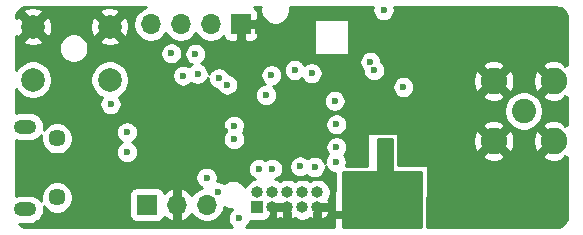
<source format=gbr>
%TF.GenerationSoftware,KiCad,Pcbnew,(5.1.10)-1*%
%TF.CreationDate,2021-07-16T14:20:34-05:00*%
%TF.ProjectId,transmisor,7472616e-736d-4697-936f-722e6b696361,rev?*%
%TF.SameCoordinates,Original*%
%TF.FileFunction,Copper,L2,Inr*%
%TF.FilePolarity,Positive*%
%FSLAX46Y46*%
G04 Gerber Fmt 4.6, Leading zero omitted, Abs format (unit mm)*
G04 Created by KiCad (PCBNEW (5.1.10)-1) date 2021-07-16 14:20:34*
%MOMM*%
%LPD*%
G01*
G04 APERTURE LIST*
%TA.AperFunction,ComponentPad*%
%ADD10C,2.250000*%
%TD*%
%TA.AperFunction,ComponentPad*%
%ADD11C,2.050000*%
%TD*%
%TA.AperFunction,ComponentPad*%
%ADD12O,1.900000X1.200000*%
%TD*%
%TA.AperFunction,ComponentPad*%
%ADD13C,1.450000*%
%TD*%
%TA.AperFunction,ComponentPad*%
%ADD14O,1.700000X1.700000*%
%TD*%
%TA.AperFunction,ComponentPad*%
%ADD15R,1.700000X1.700000*%
%TD*%
%TA.AperFunction,ComponentPad*%
%ADD16C,2.000000*%
%TD*%
%TA.AperFunction,ComponentPad*%
%ADD17R,1.000000X1.000000*%
%TD*%
%TA.AperFunction,ComponentPad*%
%ADD18O,1.000000X1.000000*%
%TD*%
%TA.AperFunction,ViaPad*%
%ADD19C,0.600000*%
%TD*%
%TA.AperFunction,Conductor*%
%ADD20C,0.254000*%
%TD*%
%TA.AperFunction,Conductor*%
%ADD21C,0.100000*%
%TD*%
G04 APERTURE END LIST*
D10*
%TO.N,GND*%
%TO.C,AE1*%
X127050800Y-72440800D03*
X127050800Y-67360800D03*
X132130800Y-67360800D03*
X132130800Y-72440800D03*
D11*
%TO.N,Net-(AE1-Pad1)*%
X129590800Y-69900800D03*
%TD*%
D12*
%TO.N,Net-(J1-Pad6)*%
%TO.C,J1*%
X87383100Y-78226800D03*
X87383100Y-71226800D03*
D13*
X90083100Y-77226800D03*
X90083100Y-72226800D03*
%TD*%
D14*
%TO.N,5V*%
%TO.C,J4*%
X98018600Y-62560200D03*
%TO.N,TIM2_CH1*%
X100558600Y-62560200D03*
%TO.N,Net-(J4-Pad2)*%
X103098600Y-62560200D03*
D15*
%TO.N,GND*%
X105638600Y-62560200D03*
%TD*%
D14*
%TO.N,RELAY_TRIG*%
%TO.C,J3*%
X102768400Y-77825600D03*
%TO.N,GND*%
X100228400Y-77825600D03*
D15*
%TO.N,5V*%
X97688400Y-77825600D03*
%TD*%
D16*
%TO.N,Net-(R6-Pad1)*%
%TO.C,SW1*%
X88038800Y-67259200D03*
%TO.N,GND*%
X88038800Y-62759200D03*
%TO.N,Net-(R6-Pad1)*%
X94538800Y-67259200D03*
%TO.N,GND*%
X94538800Y-62759200D03*
%TD*%
D17*
%TO.N,+3V3*%
%TO.C,J2*%
X107035600Y-78054200D03*
D18*
%TO.N,SWD_IO*%
X107035600Y-76784200D03*
%TO.N,GND*%
X108305600Y-78054200D03*
%TO.N,SWD_CLK*%
X108305600Y-76784200D03*
%TO.N,GND*%
X109575600Y-78054200D03*
%TO.N,Net-(J2-Pad6)*%
X109575600Y-76784200D03*
%TO.N,Net-(J2-Pad7)*%
X110845600Y-78054200D03*
%TO.N,Net-(J2-Pad8)*%
X110845600Y-76784200D03*
%TO.N,GND*%
X112115600Y-78054200D03*
%TO.N,NRST*%
X112115600Y-76784200D03*
%TD*%
D19*
%TO.N,GND*%
X91389200Y-75895200D03*
X99136200Y-73380600D03*
X107543600Y-70332600D03*
X102362000Y-69723000D03*
X100203000Y-76174600D03*
X95504000Y-61544200D03*
X89281000Y-63754000D03*
X107086400Y-63093600D03*
X107594400Y-65303400D03*
X118084600Y-63957200D03*
X117779800Y-62509400D03*
X109550200Y-79476600D03*
X104317800Y-71577200D03*
X93319600Y-75641200D03*
X118922800Y-78841600D03*
X120548400Y-78028800D03*
X114731800Y-75641200D03*
X115316000Y-75412600D03*
X124002800Y-74726800D03*
X124891800Y-67564000D03*
X103073200Y-65049400D03*
X132181600Y-74472800D03*
X132130800Y-65201800D03*
X116205000Y-74396600D03*
X124688600Y-72593200D03*
X121869200Y-73787000D03*
X121869200Y-75666600D03*
X121869200Y-77520800D03*
X121869200Y-79629000D03*
X123850400Y-79629000D03*
X125933200Y-79629000D03*
X127914400Y-79629000D03*
X129895600Y-79629000D03*
X131978400Y-79629000D03*
X121666000Y-65405000D03*
X121666000Y-67259200D03*
X121666000Y-69367400D03*
X121666000Y-63525400D03*
X131775200Y-61595000D03*
X121666000Y-61595000D03*
X127711200Y-61595000D03*
X123647200Y-61595000D03*
X125730000Y-61595000D03*
X129692400Y-61595000D03*
X133146800Y-62636400D03*
X133146800Y-64617600D03*
X133096000Y-76352400D03*
X133096000Y-78333600D03*
X127050800Y-74498200D03*
X127025400Y-65125600D03*
X114096800Y-67335400D03*
X120065800Y-69265800D03*
X109778800Y-64566800D03*
X110083600Y-61315600D03*
X92329000Y-79324200D03*
X91668600Y-78841600D03*
X105943400Y-75209400D03*
%TO.N,+3V3*%
X101803200Y-65074800D03*
X99771200Y-65024000D03*
X100761800Y-66903600D03*
X101981000Y-66751200D03*
X103784400Y-67132200D03*
X102743000Y-75539600D03*
X105486200Y-78994000D03*
X117729000Y-61366400D03*
X116611400Y-65735200D03*
X116916200Y-66471800D03*
X119405400Y-67868800D03*
X113690400Y-74244200D03*
%TO.N,SWD_IO*%
X110667800Y-74599800D03*
X108280200Y-74777600D03*
%TO.N,NRST*%
X107188000Y-74803000D03*
X111887000Y-74650600D03*
%TO.N,RELAY_TRIG*%
X105064042Y-72303158D03*
X103733600Y-76784200D03*
%TO.N,SPI_CLK*%
X113741200Y-72974200D03*
X113741200Y-71043800D03*
%TO.N,LED1*%
X113588800Y-69037200D03*
X108229400Y-66878200D03*
%TO.N,BOTON*%
X107772200Y-68554600D03*
X94615000Y-69316600D03*
%TO.N,Net-(U2-Pad1)*%
X96012000Y-73380600D03*
X96012000Y-71704200D03*
%TO.N,TIM2_CH1*%
X105054400Y-71145400D03*
X104495600Y-67665600D03*
%TO.N,I2C1_CLK*%
X111633000Y-66700400D03*
X110195200Y-66423558D03*
%TD*%
D20*
%TO.N,GND*%
X97658388Y-61117758D02*
X97585442Y-61132268D01*
X97315189Y-61244210D01*
X97071968Y-61406725D01*
X96865125Y-61613568D01*
X96702610Y-61856789D01*
X96590668Y-62127042D01*
X96533600Y-62413940D01*
X96533600Y-62706460D01*
X96590668Y-62993358D01*
X96702610Y-63263611D01*
X96865125Y-63506832D01*
X97071968Y-63713675D01*
X97315189Y-63876190D01*
X97585442Y-63988132D01*
X97872340Y-64045200D01*
X98164860Y-64045200D01*
X98451758Y-63988132D01*
X98722011Y-63876190D01*
X98965232Y-63713675D01*
X99172075Y-63506832D01*
X99288600Y-63332440D01*
X99405125Y-63506832D01*
X99611968Y-63713675D01*
X99855189Y-63876190D01*
X100125442Y-63988132D01*
X100412340Y-64045200D01*
X100704860Y-64045200D01*
X100991758Y-63988132D01*
X101262011Y-63876190D01*
X101505232Y-63713675D01*
X101712075Y-63506832D01*
X101828600Y-63332440D01*
X101945125Y-63506832D01*
X102151968Y-63713675D01*
X102395189Y-63876190D01*
X102665442Y-63988132D01*
X102952340Y-64045200D01*
X103244860Y-64045200D01*
X103531758Y-63988132D01*
X103802011Y-63876190D01*
X104045232Y-63713675D01*
X104177087Y-63581820D01*
X104199098Y-63654380D01*
X104258063Y-63764694D01*
X104337415Y-63861385D01*
X104434106Y-63940737D01*
X104544420Y-63999702D01*
X104664118Y-64036012D01*
X104788600Y-64048272D01*
X105231850Y-64045200D01*
X105390600Y-63886450D01*
X105390600Y-62808200D01*
X105886600Y-62808200D01*
X105886600Y-63886450D01*
X106045350Y-64045200D01*
X106488600Y-64048272D01*
X106613082Y-64036012D01*
X106732780Y-63999702D01*
X106843094Y-63940737D01*
X106939785Y-63861385D01*
X107019137Y-63764694D01*
X107078102Y-63654380D01*
X107114412Y-63534682D01*
X107126672Y-63410200D01*
X107123600Y-62966950D01*
X106964850Y-62808200D01*
X105886600Y-62808200D01*
X105390600Y-62808200D01*
X105370600Y-62808200D01*
X105370600Y-62312200D01*
X105390600Y-62312200D01*
X105390600Y-62292200D01*
X105886600Y-62292200D01*
X105886600Y-62312200D01*
X106964850Y-62312200D01*
X107123600Y-62153450D01*
X107126672Y-61710200D01*
X107114412Y-61585718D01*
X107078102Y-61466020D01*
X107019137Y-61355706D01*
X106939785Y-61259015D01*
X106843094Y-61179663D01*
X106736886Y-61122893D01*
X107326847Y-61123227D01*
X107309648Y-61209690D01*
X107309648Y-61455910D01*
X107357683Y-61697398D01*
X107451907Y-61924874D01*
X107588699Y-62129598D01*
X107762802Y-62303701D01*
X107967526Y-62440493D01*
X108195002Y-62534717D01*
X108436490Y-62582752D01*
X108682710Y-62582752D01*
X108924198Y-62534717D01*
X109151674Y-62440493D01*
X109356398Y-62303701D01*
X109455499Y-62204600D01*
X111810800Y-62204600D01*
X111810800Y-65049400D01*
X111813240Y-65074176D01*
X111820467Y-65098001D01*
X111832203Y-65119957D01*
X111847997Y-65139203D01*
X111867243Y-65154997D01*
X111889199Y-65166733D01*
X111913024Y-65173960D01*
X111937800Y-65176400D01*
X114681000Y-65176400D01*
X114705776Y-65173960D01*
X114729601Y-65166733D01*
X114751557Y-65154997D01*
X114770803Y-65139203D01*
X114786597Y-65119957D01*
X114798333Y-65098001D01*
X114805560Y-65074176D01*
X114808000Y-65049400D01*
X114808000Y-62204600D01*
X114805560Y-62179824D01*
X114798333Y-62155999D01*
X114786597Y-62134043D01*
X114770803Y-62114797D01*
X114751557Y-62099003D01*
X114729601Y-62087267D01*
X114705776Y-62080040D01*
X114681000Y-62077600D01*
X111937800Y-62077600D01*
X111913024Y-62080040D01*
X111889199Y-62087267D01*
X111867243Y-62099003D01*
X111847997Y-62114797D01*
X111832203Y-62134043D01*
X111820467Y-62155999D01*
X111813240Y-62179824D01*
X111810800Y-62204600D01*
X109455499Y-62204600D01*
X109530501Y-62129598D01*
X109667293Y-61924874D01*
X109761517Y-61697398D01*
X109809552Y-61455910D01*
X109809552Y-61209690D01*
X109792631Y-61124621D01*
X116822985Y-61128598D01*
X116794000Y-61274311D01*
X116794000Y-61458489D01*
X116829932Y-61639129D01*
X116900414Y-61809289D01*
X117002738Y-61962428D01*
X117132972Y-62092662D01*
X117286111Y-62194986D01*
X117456271Y-62265468D01*
X117636911Y-62301400D01*
X117821089Y-62301400D01*
X118001729Y-62265468D01*
X118171889Y-62194986D01*
X118325028Y-62092662D01*
X118455262Y-61962428D01*
X118557586Y-61809289D01*
X118628068Y-61639129D01*
X118664000Y-61458489D01*
X118664000Y-61274311D01*
X118635219Y-61129623D01*
X132352334Y-61137382D01*
X132552000Y-61156959D01*
X132712841Y-61205520D01*
X132861178Y-61284392D01*
X132991374Y-61390576D01*
X133098464Y-61520026D01*
X133178372Y-61667814D01*
X133228052Y-61828302D01*
X133248800Y-62025706D01*
X133248800Y-65978610D01*
X133205531Y-65935341D01*
X133080124Y-66060748D01*
X132959400Y-65798407D01*
X132638670Y-65666777D01*
X132298425Y-65600246D01*
X131951737Y-65601373D01*
X131611930Y-65670113D01*
X131302200Y-65798407D01*
X131181475Y-66060750D01*
X132130800Y-67010075D01*
X132144943Y-66995933D01*
X132495668Y-67346658D01*
X132481525Y-67360800D01*
X132495668Y-67374943D01*
X132144943Y-67725668D01*
X132130800Y-67711525D01*
X131181475Y-68660850D01*
X131302200Y-68923193D01*
X131622930Y-69054823D01*
X131963175Y-69121354D01*
X132309863Y-69120227D01*
X132649670Y-69051487D01*
X132959400Y-68923193D01*
X133080124Y-68660852D01*
X133205531Y-68786259D01*
X133248800Y-68742990D01*
X133248801Y-71058611D01*
X133205531Y-71015341D01*
X133080124Y-71140748D01*
X132959400Y-70878407D01*
X132638670Y-70746777D01*
X132298425Y-70680246D01*
X131951737Y-70681373D01*
X131611930Y-70750113D01*
X131302200Y-70878407D01*
X131181475Y-71140750D01*
X132130800Y-72090075D01*
X132144943Y-72075933D01*
X132495668Y-72426658D01*
X132481525Y-72440800D01*
X132495668Y-72454943D01*
X132144943Y-72805668D01*
X132130800Y-72791525D01*
X131181475Y-73740850D01*
X131302200Y-74003193D01*
X131622930Y-74134823D01*
X131963175Y-74201354D01*
X132309863Y-74200227D01*
X132649670Y-74131487D01*
X132959400Y-74003193D01*
X133080124Y-73740852D01*
X133205531Y-73866259D01*
X133248801Y-73822989D01*
X133248801Y-78834713D01*
X133229241Y-79034204D01*
X133180681Y-79195040D01*
X133101808Y-79343378D01*
X132995622Y-79473575D01*
X132866172Y-79580665D01*
X132718386Y-79660572D01*
X132557894Y-79710253D01*
X132360620Y-79730987D01*
X121440324Y-79724810D01*
X121462799Y-74600357D01*
X121460467Y-74575570D01*
X121453345Y-74551714D01*
X121441705Y-74529706D01*
X121425996Y-74510392D01*
X121406820Y-74494514D01*
X121384915Y-74482682D01*
X121361123Y-74475350D01*
X121335800Y-74472800D01*
X118973600Y-74472800D01*
X118973600Y-73740850D01*
X126101475Y-73740850D01*
X126222200Y-74003193D01*
X126542930Y-74134823D01*
X126883175Y-74201354D01*
X127229863Y-74200227D01*
X127569670Y-74131487D01*
X127879400Y-74003193D01*
X128000125Y-73740850D01*
X127050800Y-72791525D01*
X126101475Y-73740850D01*
X118973600Y-73740850D01*
X118973600Y-72273175D01*
X125290246Y-72273175D01*
X125291373Y-72619863D01*
X125360113Y-72959670D01*
X125488407Y-73269400D01*
X125750750Y-73390125D01*
X126700075Y-72440800D01*
X127401525Y-72440800D01*
X128350850Y-73390125D01*
X128613193Y-73269400D01*
X128744823Y-72948670D01*
X128811354Y-72608425D01*
X128810265Y-72273175D01*
X130370246Y-72273175D01*
X130371373Y-72619863D01*
X130440113Y-72959670D01*
X130568407Y-73269400D01*
X130830750Y-73390125D01*
X131780075Y-72440800D01*
X130830750Y-71491475D01*
X130568407Y-71612200D01*
X130436777Y-71932930D01*
X130370246Y-72273175D01*
X128810265Y-72273175D01*
X128810227Y-72261737D01*
X128741487Y-71921930D01*
X128613193Y-71612200D01*
X128350850Y-71491475D01*
X127401525Y-72440800D01*
X126700075Y-72440800D01*
X125750750Y-71491475D01*
X125488407Y-71612200D01*
X125356777Y-71932930D01*
X125290246Y-72273175D01*
X118973600Y-72273175D01*
X118973600Y-71882000D01*
X118971160Y-71857224D01*
X118963933Y-71833399D01*
X118952197Y-71811443D01*
X118936403Y-71792197D01*
X118917157Y-71776403D01*
X118895201Y-71764667D01*
X118871376Y-71757440D01*
X118846600Y-71755000D01*
X116484400Y-71755000D01*
X116459624Y-71757440D01*
X116435799Y-71764667D01*
X116413843Y-71776403D01*
X116394597Y-71792197D01*
X116378803Y-71811443D01*
X116367067Y-71833399D01*
X116359840Y-71857224D01*
X116357400Y-71882000D01*
X116357400Y-74574400D01*
X114565663Y-74574400D01*
X114589468Y-74516929D01*
X114625400Y-74336289D01*
X114625400Y-74152111D01*
X114589468Y-73971471D01*
X114518986Y-73801311D01*
X114416662Y-73648172D01*
X114403090Y-73634600D01*
X114467462Y-73570228D01*
X114569786Y-73417089D01*
X114640268Y-73246929D01*
X114676200Y-73066289D01*
X114676200Y-72882111D01*
X114640268Y-72701471D01*
X114569786Y-72531311D01*
X114467462Y-72378172D01*
X114337228Y-72247938D01*
X114184089Y-72145614D01*
X114013929Y-72075132D01*
X113833289Y-72039200D01*
X113649111Y-72039200D01*
X113468471Y-72075132D01*
X113298311Y-72145614D01*
X113145172Y-72247938D01*
X113014938Y-72378172D01*
X112912614Y-72531311D01*
X112842132Y-72701471D01*
X112806200Y-72882111D01*
X112806200Y-73066289D01*
X112842132Y-73246929D01*
X112912614Y-73417089D01*
X113014938Y-73570228D01*
X113028510Y-73583800D01*
X112964138Y-73648172D01*
X112861814Y-73801311D01*
X112791332Y-73971471D01*
X112755400Y-74152111D01*
X112755400Y-74303831D01*
X112715586Y-74207711D01*
X112613262Y-74054572D01*
X112483028Y-73924338D01*
X112329889Y-73822014D01*
X112159729Y-73751532D01*
X111979089Y-73715600D01*
X111794911Y-73715600D01*
X111614271Y-73751532D01*
X111444111Y-73822014D01*
X111305153Y-73914863D01*
X111263828Y-73873538D01*
X111110689Y-73771214D01*
X110940529Y-73700732D01*
X110759889Y-73664800D01*
X110575711Y-73664800D01*
X110395071Y-73700732D01*
X110224911Y-73771214D01*
X110071772Y-73873538D01*
X109941538Y-74003772D01*
X109839214Y-74156911D01*
X109768732Y-74327071D01*
X109732800Y-74507711D01*
X109732800Y-74691889D01*
X109768732Y-74872529D01*
X109839214Y-75042689D01*
X109941538Y-75195828D01*
X110071772Y-75326062D01*
X110224911Y-75428386D01*
X110395071Y-75498868D01*
X110575711Y-75534800D01*
X110759889Y-75534800D01*
X110940529Y-75498868D01*
X111110689Y-75428386D01*
X111249647Y-75335537D01*
X111290972Y-75376862D01*
X111444111Y-75479186D01*
X111614271Y-75549668D01*
X111794911Y-75585600D01*
X111979089Y-75585600D01*
X112159729Y-75549668D01*
X112329889Y-75479186D01*
X112483028Y-75376862D01*
X112613262Y-75246628D01*
X112715586Y-75093489D01*
X112786068Y-74923329D01*
X112822000Y-74742689D01*
X112822000Y-74590969D01*
X112861814Y-74687089D01*
X112964138Y-74840228D01*
X113094372Y-74970462D01*
X113247511Y-75072786D01*
X113417671Y-75143268D01*
X113586529Y-75176856D01*
X113571589Y-78307594D01*
X113573911Y-78332382D01*
X113581025Y-78356240D01*
X113592656Y-78378253D01*
X113608358Y-78397573D01*
X113627527Y-78413459D01*
X113649428Y-78425299D01*
X113673217Y-78432640D01*
X113698588Y-78435200D01*
X114173000Y-78435200D01*
X114197776Y-78432760D01*
X114221601Y-78425533D01*
X114243557Y-78413797D01*
X114262803Y-78398003D01*
X114278597Y-78378757D01*
X114290333Y-78356801D01*
X114297560Y-78332976D01*
X114300000Y-78308200D01*
X114300000Y-75082400D01*
X117119400Y-75082400D01*
X117144176Y-75079960D01*
X117168001Y-75072733D01*
X117189957Y-75060997D01*
X117209203Y-75045203D01*
X117224997Y-75025957D01*
X117236733Y-75004001D01*
X117243960Y-74980176D01*
X117246400Y-74955400D01*
X117246400Y-72313800D01*
X118440200Y-72313800D01*
X118440200Y-74955400D01*
X118442640Y-74980176D01*
X118449867Y-75004001D01*
X118461603Y-75025957D01*
X118477397Y-75045203D01*
X118496643Y-75060997D01*
X118518599Y-75072733D01*
X118542424Y-75079960D01*
X118567200Y-75082400D01*
X120929400Y-75082400D01*
X120929400Y-79724521D01*
X114300000Y-79720772D01*
X114300000Y-78968600D01*
X114297560Y-78943824D01*
X114290333Y-78919999D01*
X114278597Y-78898043D01*
X114262803Y-78878797D01*
X114243557Y-78863003D01*
X114221601Y-78851267D01*
X114197776Y-78844040D01*
X114173000Y-78841600D01*
X113690400Y-78841600D01*
X113665624Y-78844040D01*
X113641799Y-78851267D01*
X113619843Y-78863003D01*
X113600597Y-78878797D01*
X113584803Y-78898043D01*
X113573067Y-78919999D01*
X113565840Y-78943824D01*
X113563405Y-78969754D01*
X113570229Y-79720359D01*
X106086364Y-79716126D01*
X106212462Y-79590028D01*
X106314786Y-79436889D01*
X106385268Y-79266729D01*
X106403007Y-79177551D01*
X106411118Y-79180012D01*
X106535600Y-79192272D01*
X107535600Y-79192272D01*
X107660082Y-79180012D01*
X107779780Y-79143702D01*
X107862967Y-79099237D01*
X107887391Y-79109342D01*
X108057600Y-78998425D01*
X108057600Y-78919096D01*
X108066137Y-78908694D01*
X108125102Y-78798380D01*
X108161412Y-78678682D01*
X108173672Y-78554200D01*
X108173672Y-78472411D01*
X108520445Y-78472411D01*
X108553600Y-78536797D01*
X108553600Y-78998425D01*
X108723809Y-79109342D01*
X108755988Y-79096028D01*
X108940600Y-78993678D01*
X109125212Y-79096028D01*
X109157391Y-79109342D01*
X109327600Y-78998425D01*
X109327600Y-78536797D01*
X109360755Y-78472411D01*
X109327600Y-78419331D01*
X109327600Y-78302200D01*
X108553600Y-78302200D01*
X108553600Y-78419331D01*
X108520445Y-78472411D01*
X108173672Y-78472411D01*
X108173672Y-77915194D01*
X108193812Y-77919200D01*
X108417388Y-77919200D01*
X108636667Y-77875583D01*
X108804172Y-77806200D01*
X109077028Y-77806200D01*
X109244533Y-77875583D01*
X109463812Y-77919200D01*
X109687388Y-77919200D01*
X109716364Y-77913436D01*
X109710600Y-77942412D01*
X109710600Y-78165988D01*
X109754217Y-78385267D01*
X109823600Y-78552772D01*
X109823600Y-78998425D01*
X109993809Y-79109342D01*
X110025988Y-79096028D01*
X110209552Y-78994259D01*
X110307976Y-79060024D01*
X110514533Y-79145583D01*
X110733812Y-79189200D01*
X110957388Y-79189200D01*
X111176667Y-79145583D01*
X111383224Y-79060024D01*
X111481648Y-78994259D01*
X111665212Y-79096028D01*
X111697391Y-79109342D01*
X111867600Y-78998425D01*
X111867600Y-78552772D01*
X111936983Y-78385267D01*
X111953505Y-78302200D01*
X112363600Y-78302200D01*
X112363600Y-78998425D01*
X112533809Y-79109342D01*
X112565988Y-79096028D01*
X112760584Y-78988143D01*
X112930394Y-78844367D01*
X113068892Y-78670226D01*
X113170755Y-78472411D01*
X113064437Y-78302200D01*
X112363600Y-78302200D01*
X111953505Y-78302200D01*
X111980600Y-78165988D01*
X111980600Y-77942412D01*
X111974836Y-77913436D01*
X112003812Y-77919200D01*
X112227388Y-77919200D01*
X112446667Y-77875583D01*
X112614172Y-77806200D01*
X113064437Y-77806200D01*
X113170755Y-77635989D01*
X113068892Y-77438174D01*
X113055192Y-77420948D01*
X113121424Y-77321824D01*
X113206983Y-77115267D01*
X113250600Y-76895988D01*
X113250600Y-76672412D01*
X113206983Y-76453133D01*
X113121424Y-76246576D01*
X112997212Y-76060680D01*
X112839120Y-75902588D01*
X112653224Y-75778376D01*
X112446667Y-75692817D01*
X112227388Y-75649200D01*
X112003812Y-75649200D01*
X111784533Y-75692817D01*
X111577976Y-75778376D01*
X111480600Y-75843441D01*
X111383224Y-75778376D01*
X111176667Y-75692817D01*
X110957388Y-75649200D01*
X110733812Y-75649200D01*
X110514533Y-75692817D01*
X110307976Y-75778376D01*
X110210600Y-75843441D01*
X110113224Y-75778376D01*
X109906667Y-75692817D01*
X109687388Y-75649200D01*
X109463812Y-75649200D01*
X109244533Y-75692817D01*
X109037976Y-75778376D01*
X108940600Y-75843441D01*
X108843224Y-75778376D01*
X108636667Y-75692817D01*
X108553757Y-75676325D01*
X108723089Y-75606186D01*
X108876228Y-75503862D01*
X109006462Y-75373628D01*
X109108786Y-75220489D01*
X109179268Y-75050329D01*
X109215200Y-74869689D01*
X109215200Y-74685511D01*
X109179268Y-74504871D01*
X109108786Y-74334711D01*
X109006462Y-74181572D01*
X108876228Y-74051338D01*
X108723089Y-73949014D01*
X108552929Y-73878532D01*
X108372289Y-73842600D01*
X108188111Y-73842600D01*
X108007471Y-73878532D01*
X107837311Y-73949014D01*
X107715093Y-74030677D01*
X107630889Y-73974414D01*
X107460729Y-73903932D01*
X107280089Y-73868000D01*
X107095911Y-73868000D01*
X106915271Y-73903932D01*
X106745111Y-73974414D01*
X106591972Y-74076738D01*
X106461738Y-74206972D01*
X106359414Y-74360111D01*
X106288932Y-74530271D01*
X106253000Y-74710911D01*
X106253000Y-74895089D01*
X106288932Y-75075729D01*
X106359414Y-75245889D01*
X106461738Y-75399028D01*
X106591972Y-75529262D01*
X106745111Y-75631586D01*
X106831814Y-75667499D01*
X106704533Y-75692817D01*
X106497976Y-75778376D01*
X106312080Y-75902588D01*
X106153988Y-76060680D01*
X106029776Y-76246576D01*
X106003495Y-76310023D01*
X105923701Y-76190602D01*
X105749598Y-76016499D01*
X105544874Y-75879707D01*
X105317398Y-75785483D01*
X105075910Y-75737448D01*
X104829690Y-75737448D01*
X104588202Y-75785483D01*
X104360726Y-75879707D01*
X104211806Y-75979212D01*
X104176489Y-75955614D01*
X104006329Y-75885132D01*
X103825689Y-75849200D01*
X103641511Y-75849200D01*
X103625474Y-75852390D01*
X103642068Y-75812329D01*
X103678000Y-75631689D01*
X103678000Y-75447511D01*
X103642068Y-75266871D01*
X103571586Y-75096711D01*
X103469262Y-74943572D01*
X103339028Y-74813338D01*
X103185889Y-74711014D01*
X103015729Y-74640532D01*
X102835089Y-74604600D01*
X102650911Y-74604600D01*
X102470271Y-74640532D01*
X102300111Y-74711014D01*
X102146972Y-74813338D01*
X102016738Y-74943572D01*
X101914414Y-75096711D01*
X101843932Y-75266871D01*
X101808000Y-75447511D01*
X101808000Y-75631689D01*
X101843932Y-75812329D01*
X101914414Y-75982489D01*
X102016738Y-76135628D01*
X102146972Y-76265862D01*
X102300111Y-76368186D01*
X102359593Y-76392824D01*
X102335242Y-76397668D01*
X102064989Y-76509610D01*
X101821768Y-76672125D01*
X101614925Y-76878968D01*
X101495707Y-77057390D01*
X101347217Y-76849127D01*
X101135219Y-76649619D01*
X100888372Y-76495304D01*
X100702389Y-76418277D01*
X100476400Y-76522743D01*
X100476400Y-77577600D01*
X100496400Y-77577600D01*
X100496400Y-78073600D01*
X100476400Y-78073600D01*
X100476400Y-79128457D01*
X100702389Y-79232923D01*
X100888372Y-79155896D01*
X101135219Y-79001581D01*
X101347217Y-78802073D01*
X101495707Y-78593810D01*
X101614925Y-78772232D01*
X101821768Y-78979075D01*
X102064989Y-79141590D01*
X102335242Y-79253532D01*
X102622140Y-79310600D01*
X102914660Y-79310600D01*
X103201558Y-79253532D01*
X103471811Y-79141590D01*
X103715032Y-78979075D01*
X103921875Y-78772232D01*
X104084390Y-78529011D01*
X104196332Y-78258758D01*
X104244354Y-78017336D01*
X104360726Y-78095093D01*
X104588202Y-78189317D01*
X104829690Y-78237352D01*
X104935648Y-78237352D01*
X104890172Y-78267738D01*
X104759938Y-78397972D01*
X104657614Y-78551111D01*
X104587132Y-78721271D01*
X104551200Y-78901911D01*
X104551200Y-79086089D01*
X104587132Y-79266729D01*
X104657614Y-79436889D01*
X104759938Y-79590028D01*
X104885356Y-79715446D01*
X87510065Y-79705618D01*
X87310396Y-79686041D01*
X87149560Y-79637481D01*
X87001222Y-79558608D01*
X86871025Y-79452422D01*
X86870475Y-79451758D01*
X86972435Y-79461800D01*
X87793765Y-79461800D01*
X87975202Y-79443930D01*
X88208001Y-79373311D01*
X88422549Y-79258633D01*
X88610602Y-79104302D01*
X88764933Y-78916249D01*
X88879611Y-78701701D01*
X88950230Y-78468902D01*
X88974075Y-78226800D01*
X88950230Y-77984698D01*
X88947217Y-77974765D01*
X89026719Y-78093749D01*
X89216151Y-78283181D01*
X89438899Y-78432016D01*
X89686403Y-78534536D01*
X89949152Y-78586800D01*
X90217048Y-78586800D01*
X90479797Y-78534536D01*
X90727301Y-78432016D01*
X90950049Y-78283181D01*
X91139481Y-78093749D01*
X91288316Y-77871001D01*
X91390836Y-77623497D01*
X91443100Y-77360748D01*
X91443100Y-77092852D01*
X91419778Y-76975600D01*
X96200328Y-76975600D01*
X96200328Y-78675600D01*
X96212588Y-78800082D01*
X96248898Y-78919780D01*
X96307863Y-79030094D01*
X96387215Y-79126785D01*
X96483906Y-79206137D01*
X96594220Y-79265102D01*
X96713918Y-79301412D01*
X96838400Y-79313672D01*
X98538400Y-79313672D01*
X98662882Y-79301412D01*
X98782580Y-79265102D01*
X98892894Y-79206137D01*
X98989585Y-79126785D01*
X99068937Y-79030094D01*
X99127902Y-78919780D01*
X99151610Y-78841624D01*
X99321581Y-79001581D01*
X99568428Y-79155896D01*
X99754411Y-79232923D01*
X99980400Y-79128457D01*
X99980400Y-78073600D01*
X99960400Y-78073600D01*
X99960400Y-77577600D01*
X99980400Y-77577600D01*
X99980400Y-76522743D01*
X99754411Y-76418277D01*
X99568428Y-76495304D01*
X99321581Y-76649619D01*
X99151610Y-76809576D01*
X99127902Y-76731420D01*
X99068937Y-76621106D01*
X98989585Y-76524415D01*
X98892894Y-76445063D01*
X98782580Y-76386098D01*
X98662882Y-76349788D01*
X98538400Y-76337528D01*
X96838400Y-76337528D01*
X96713918Y-76349788D01*
X96594220Y-76386098D01*
X96483906Y-76445063D01*
X96387215Y-76524415D01*
X96307863Y-76621106D01*
X96248898Y-76731420D01*
X96212588Y-76851118D01*
X96200328Y-76975600D01*
X91419778Y-76975600D01*
X91390836Y-76830103D01*
X91288316Y-76582599D01*
X91139481Y-76359851D01*
X90950049Y-76170419D01*
X90727301Y-76021584D01*
X90479797Y-75919064D01*
X90217048Y-75866800D01*
X89949152Y-75866800D01*
X89686403Y-75919064D01*
X89438899Y-76021584D01*
X89216151Y-76170419D01*
X89026719Y-76359851D01*
X88877884Y-76582599D01*
X88775364Y-76830103D01*
X88723100Y-77092852D01*
X88723100Y-77360748D01*
X88756084Y-77526568D01*
X88610602Y-77349298D01*
X88422549Y-77194967D01*
X88208001Y-77080289D01*
X87975202Y-77009670D01*
X87793765Y-76991800D01*
X86972435Y-76991800D01*
X86790998Y-77009670D01*
X86613600Y-77063483D01*
X86613600Y-72390117D01*
X86790998Y-72443930D01*
X86972435Y-72461800D01*
X87793765Y-72461800D01*
X87975202Y-72443930D01*
X88208001Y-72373311D01*
X88422549Y-72258633D01*
X88610602Y-72104302D01*
X88756084Y-71927032D01*
X88723100Y-72092852D01*
X88723100Y-72360748D01*
X88775364Y-72623497D01*
X88877884Y-72871001D01*
X89026719Y-73093749D01*
X89216151Y-73283181D01*
X89438899Y-73432016D01*
X89686403Y-73534536D01*
X89949152Y-73586800D01*
X90217048Y-73586800D01*
X90479797Y-73534536D01*
X90727301Y-73432016D01*
X90950049Y-73283181D01*
X91139481Y-73093749D01*
X91288316Y-72871001D01*
X91390836Y-72623497D01*
X91443100Y-72360748D01*
X91443100Y-72092852D01*
X91390836Y-71830103D01*
X91300541Y-71612111D01*
X95077000Y-71612111D01*
X95077000Y-71796289D01*
X95112932Y-71976929D01*
X95183414Y-72147089D01*
X95285738Y-72300228D01*
X95415972Y-72430462D01*
X95569111Y-72532786D01*
X95592321Y-72542400D01*
X95569111Y-72552014D01*
X95415972Y-72654338D01*
X95285738Y-72784572D01*
X95183414Y-72937711D01*
X95112932Y-73107871D01*
X95077000Y-73288511D01*
X95077000Y-73472689D01*
X95112932Y-73653329D01*
X95183414Y-73823489D01*
X95285738Y-73976628D01*
X95415972Y-74106862D01*
X95569111Y-74209186D01*
X95739271Y-74279668D01*
X95919911Y-74315600D01*
X96104089Y-74315600D01*
X96284729Y-74279668D01*
X96454889Y-74209186D01*
X96608028Y-74106862D01*
X96738262Y-73976628D01*
X96840586Y-73823489D01*
X96911068Y-73653329D01*
X96947000Y-73472689D01*
X96947000Y-73288511D01*
X96911068Y-73107871D01*
X96840586Y-72937711D01*
X96738262Y-72784572D01*
X96608028Y-72654338D01*
X96454889Y-72552014D01*
X96431679Y-72542400D01*
X96454889Y-72532786D01*
X96608028Y-72430462D01*
X96738262Y-72300228D01*
X96840586Y-72147089D01*
X96911068Y-71976929D01*
X96947000Y-71796289D01*
X96947000Y-71612111D01*
X96911068Y-71431471D01*
X96840586Y-71261311D01*
X96738262Y-71108172D01*
X96683401Y-71053311D01*
X104119400Y-71053311D01*
X104119400Y-71237489D01*
X104155332Y-71418129D01*
X104225814Y-71588289D01*
X104321500Y-71731494D01*
X104235456Y-71860269D01*
X104164974Y-72030429D01*
X104129042Y-72211069D01*
X104129042Y-72395247D01*
X104164974Y-72575887D01*
X104235456Y-72746047D01*
X104337780Y-72899186D01*
X104468014Y-73029420D01*
X104621153Y-73131744D01*
X104791313Y-73202226D01*
X104971953Y-73238158D01*
X105156131Y-73238158D01*
X105336771Y-73202226D01*
X105506931Y-73131744D01*
X105660070Y-73029420D01*
X105790304Y-72899186D01*
X105892628Y-72746047D01*
X105963110Y-72575887D01*
X105999042Y-72395247D01*
X105999042Y-72211069D01*
X105963110Y-72030429D01*
X105892628Y-71860269D01*
X105796942Y-71717064D01*
X105882986Y-71588289D01*
X105953468Y-71418129D01*
X105989400Y-71237489D01*
X105989400Y-71053311D01*
X105969191Y-70951711D01*
X112806200Y-70951711D01*
X112806200Y-71135889D01*
X112842132Y-71316529D01*
X112912614Y-71486689D01*
X113014938Y-71639828D01*
X113145172Y-71770062D01*
X113298311Y-71872386D01*
X113468471Y-71942868D01*
X113649111Y-71978800D01*
X113833289Y-71978800D01*
X114013929Y-71942868D01*
X114184089Y-71872386D01*
X114337228Y-71770062D01*
X114467462Y-71639828D01*
X114569786Y-71486689D01*
X114640268Y-71316529D01*
X114675233Y-71140750D01*
X126101475Y-71140750D01*
X127050800Y-72090075D01*
X128000125Y-71140750D01*
X127879400Y-70878407D01*
X127558670Y-70746777D01*
X127218425Y-70680246D01*
X126871737Y-70681373D01*
X126531930Y-70750113D01*
X126222200Y-70878407D01*
X126101475Y-71140750D01*
X114675233Y-71140750D01*
X114676200Y-71135889D01*
X114676200Y-70951711D01*
X114640268Y-70771071D01*
X114569786Y-70600911D01*
X114467462Y-70447772D01*
X114337228Y-70317538D01*
X114184089Y-70215214D01*
X114013929Y-70144732D01*
X113833289Y-70108800D01*
X113649111Y-70108800D01*
X113468471Y-70144732D01*
X113298311Y-70215214D01*
X113145172Y-70317538D01*
X113014938Y-70447772D01*
X112912614Y-70600911D01*
X112842132Y-70771071D01*
X112806200Y-70951711D01*
X105969191Y-70951711D01*
X105953468Y-70872671D01*
X105882986Y-70702511D01*
X105780662Y-70549372D01*
X105650428Y-70419138D01*
X105497289Y-70316814D01*
X105327129Y-70246332D01*
X105146489Y-70210400D01*
X104962311Y-70210400D01*
X104781671Y-70246332D01*
X104611511Y-70316814D01*
X104458372Y-70419138D01*
X104328138Y-70549372D01*
X104225814Y-70702511D01*
X104155332Y-70872671D01*
X104119400Y-71053311D01*
X96683401Y-71053311D01*
X96608028Y-70977938D01*
X96454889Y-70875614D01*
X96284729Y-70805132D01*
X96104089Y-70769200D01*
X95919911Y-70769200D01*
X95739271Y-70805132D01*
X95569111Y-70875614D01*
X95415972Y-70977938D01*
X95285738Y-71108172D01*
X95183414Y-71261311D01*
X95112932Y-71431471D01*
X95077000Y-71612111D01*
X91300541Y-71612111D01*
X91288316Y-71582599D01*
X91139481Y-71359851D01*
X90950049Y-71170419D01*
X90727301Y-71021584D01*
X90479797Y-70919064D01*
X90217048Y-70866800D01*
X89949152Y-70866800D01*
X89686403Y-70919064D01*
X89438899Y-71021584D01*
X89216151Y-71170419D01*
X89026719Y-71359851D01*
X88947217Y-71478835D01*
X88950230Y-71468902D01*
X88974075Y-71226800D01*
X88950230Y-70984698D01*
X88879611Y-70751899D01*
X88764933Y-70537351D01*
X88610602Y-70349298D01*
X88422549Y-70194967D01*
X88208001Y-70080289D01*
X87975202Y-70009670D01*
X87793765Y-69991800D01*
X86972435Y-69991800D01*
X86790998Y-70009670D01*
X86613600Y-70063483D01*
X86613600Y-68069159D01*
X86768813Y-68301452D01*
X86996548Y-68529187D01*
X87264337Y-68708118D01*
X87561888Y-68831368D01*
X87877767Y-68894200D01*
X88199833Y-68894200D01*
X88515712Y-68831368D01*
X88813263Y-68708118D01*
X89081052Y-68529187D01*
X89308787Y-68301452D01*
X89487718Y-68033663D01*
X89610968Y-67736112D01*
X89673800Y-67420233D01*
X89673800Y-67098167D01*
X92903800Y-67098167D01*
X92903800Y-67420233D01*
X92966632Y-67736112D01*
X93089882Y-68033663D01*
X93268813Y-68301452D01*
X93496548Y-68529187D01*
X93764337Y-68708118D01*
X93868289Y-68751176D01*
X93786414Y-68873711D01*
X93715932Y-69043871D01*
X93680000Y-69224511D01*
X93680000Y-69408689D01*
X93715932Y-69589329D01*
X93786414Y-69759489D01*
X93888738Y-69912628D01*
X94018972Y-70042862D01*
X94172111Y-70145186D01*
X94342271Y-70215668D01*
X94522911Y-70251600D01*
X94707089Y-70251600D01*
X94887729Y-70215668D01*
X95057889Y-70145186D01*
X95211028Y-70042862D01*
X95341262Y-69912628D01*
X95443586Y-69759489D01*
X95514068Y-69589329D01*
X95550000Y-69408689D01*
X95550000Y-69224511D01*
X95514068Y-69043871D01*
X95443586Y-68873711D01*
X95341262Y-68720572D01*
X95322582Y-68701892D01*
X95581052Y-68529187D01*
X95808787Y-68301452D01*
X95987718Y-68033663D01*
X96110968Y-67736112D01*
X96173800Y-67420233D01*
X96173800Y-67098167D01*
X96116781Y-66811511D01*
X99826800Y-66811511D01*
X99826800Y-66995689D01*
X99862732Y-67176329D01*
X99933214Y-67346489D01*
X100035538Y-67499628D01*
X100165772Y-67629862D01*
X100318911Y-67732186D01*
X100489071Y-67802668D01*
X100669711Y-67838600D01*
X100853889Y-67838600D01*
X101034529Y-67802668D01*
X101204689Y-67732186D01*
X101357828Y-67629862D01*
X101460058Y-67527632D01*
X101538111Y-67579786D01*
X101708271Y-67650268D01*
X101888911Y-67686200D01*
X102073089Y-67686200D01*
X102253729Y-67650268D01*
X102423889Y-67579786D01*
X102577028Y-67477462D01*
X102707262Y-67347228D01*
X102809586Y-67194089D01*
X102849400Y-67097969D01*
X102849400Y-67224289D01*
X102885332Y-67404929D01*
X102955814Y-67575089D01*
X103058138Y-67728228D01*
X103188372Y-67858462D01*
X103341511Y-67960786D01*
X103511671Y-68031268D01*
X103646105Y-68058009D01*
X103667014Y-68108489D01*
X103769338Y-68261628D01*
X103899572Y-68391862D01*
X104052711Y-68494186D01*
X104222871Y-68564668D01*
X104403511Y-68600600D01*
X104587689Y-68600600D01*
X104768329Y-68564668D01*
X104938489Y-68494186D01*
X104985894Y-68462511D01*
X106837200Y-68462511D01*
X106837200Y-68646689D01*
X106873132Y-68827329D01*
X106943614Y-68997489D01*
X107045938Y-69150628D01*
X107176172Y-69280862D01*
X107329311Y-69383186D01*
X107499471Y-69453668D01*
X107680111Y-69489600D01*
X107864289Y-69489600D01*
X108044929Y-69453668D01*
X108215089Y-69383186D01*
X108368228Y-69280862D01*
X108498462Y-69150628D01*
X108600786Y-68997489D01*
X108622481Y-68945111D01*
X112653800Y-68945111D01*
X112653800Y-69129289D01*
X112689732Y-69309929D01*
X112760214Y-69480089D01*
X112862538Y-69633228D01*
X112992772Y-69763462D01*
X113145911Y-69865786D01*
X113316071Y-69936268D01*
X113496711Y-69972200D01*
X113680889Y-69972200D01*
X113861529Y-69936268D01*
X114031689Y-69865786D01*
X114184828Y-69763462D01*
X114210986Y-69737304D01*
X127930800Y-69737304D01*
X127930800Y-70064296D01*
X127994593Y-70385004D01*
X128119727Y-70687105D01*
X128301394Y-70958988D01*
X128532612Y-71190206D01*
X128804495Y-71371873D01*
X129106596Y-71497007D01*
X129427304Y-71560800D01*
X129754296Y-71560800D01*
X130075004Y-71497007D01*
X130377105Y-71371873D01*
X130648988Y-71190206D01*
X130880206Y-70958988D01*
X131061873Y-70687105D01*
X131187007Y-70385004D01*
X131250800Y-70064296D01*
X131250800Y-69737304D01*
X131187007Y-69416596D01*
X131061873Y-69114495D01*
X130880206Y-68842612D01*
X130648988Y-68611394D01*
X130377105Y-68429727D01*
X130075004Y-68304593D01*
X129754296Y-68240800D01*
X129427304Y-68240800D01*
X129106596Y-68304593D01*
X128804495Y-68429727D01*
X128532612Y-68611394D01*
X128301394Y-68842612D01*
X128119727Y-69114495D01*
X127994593Y-69416596D01*
X127930800Y-69737304D01*
X114210986Y-69737304D01*
X114315062Y-69633228D01*
X114417386Y-69480089D01*
X114487868Y-69309929D01*
X114523800Y-69129289D01*
X114523800Y-68945111D01*
X114487868Y-68764471D01*
X114417386Y-68594311D01*
X114315062Y-68441172D01*
X114184828Y-68310938D01*
X114031689Y-68208614D01*
X113861529Y-68138132D01*
X113680889Y-68102200D01*
X113496711Y-68102200D01*
X113316071Y-68138132D01*
X113145911Y-68208614D01*
X112992772Y-68310938D01*
X112862538Y-68441172D01*
X112760214Y-68594311D01*
X112689732Y-68764471D01*
X112653800Y-68945111D01*
X108622481Y-68945111D01*
X108671268Y-68827329D01*
X108707200Y-68646689D01*
X108707200Y-68462511D01*
X108671268Y-68281871D01*
X108600786Y-68111711D01*
X108498462Y-67958572D01*
X108368228Y-67828338D01*
X108340048Y-67809508D01*
X108502129Y-67777268D01*
X108503473Y-67776711D01*
X118470400Y-67776711D01*
X118470400Y-67960889D01*
X118506332Y-68141529D01*
X118576814Y-68311689D01*
X118679138Y-68464828D01*
X118809372Y-68595062D01*
X118962511Y-68697386D01*
X119132671Y-68767868D01*
X119313311Y-68803800D01*
X119497489Y-68803800D01*
X119678129Y-68767868D01*
X119848289Y-68697386D01*
X119902969Y-68660850D01*
X126101475Y-68660850D01*
X126222200Y-68923193D01*
X126542930Y-69054823D01*
X126883175Y-69121354D01*
X127229863Y-69120227D01*
X127569670Y-69051487D01*
X127879400Y-68923193D01*
X128000125Y-68660850D01*
X127050800Y-67711525D01*
X126101475Y-68660850D01*
X119902969Y-68660850D01*
X120001428Y-68595062D01*
X120131662Y-68464828D01*
X120233986Y-68311689D01*
X120304468Y-68141529D01*
X120340400Y-67960889D01*
X120340400Y-67776711D01*
X120304468Y-67596071D01*
X120233986Y-67425911D01*
X120131662Y-67272772D01*
X120052065Y-67193175D01*
X125290246Y-67193175D01*
X125291373Y-67539863D01*
X125360113Y-67879670D01*
X125488407Y-68189400D01*
X125750750Y-68310125D01*
X126700075Y-67360800D01*
X127401525Y-67360800D01*
X128350850Y-68310125D01*
X128613193Y-68189400D01*
X128744823Y-67868670D01*
X128811354Y-67528425D01*
X128810265Y-67193175D01*
X130370246Y-67193175D01*
X130371373Y-67539863D01*
X130440113Y-67879670D01*
X130568407Y-68189400D01*
X130830750Y-68310125D01*
X131780075Y-67360800D01*
X130830750Y-66411475D01*
X130568407Y-66532200D01*
X130436777Y-66852930D01*
X130370246Y-67193175D01*
X128810265Y-67193175D01*
X128810227Y-67181737D01*
X128741487Y-66841930D01*
X128613193Y-66532200D01*
X128350850Y-66411475D01*
X127401525Y-67360800D01*
X126700075Y-67360800D01*
X125750750Y-66411475D01*
X125488407Y-66532200D01*
X125356777Y-66852930D01*
X125290246Y-67193175D01*
X120052065Y-67193175D01*
X120001428Y-67142538D01*
X119848289Y-67040214D01*
X119678129Y-66969732D01*
X119497489Y-66933800D01*
X119313311Y-66933800D01*
X119132671Y-66969732D01*
X118962511Y-67040214D01*
X118809372Y-67142538D01*
X118679138Y-67272772D01*
X118576814Y-67425911D01*
X118506332Y-67596071D01*
X118470400Y-67776711D01*
X108503473Y-67776711D01*
X108672289Y-67706786D01*
X108825428Y-67604462D01*
X108955662Y-67474228D01*
X109057986Y-67321089D01*
X109128468Y-67150929D01*
X109164400Y-66970289D01*
X109164400Y-66786111D01*
X109128468Y-66605471D01*
X109057986Y-66435311D01*
X108988602Y-66331469D01*
X109260200Y-66331469D01*
X109260200Y-66515647D01*
X109296132Y-66696287D01*
X109366614Y-66866447D01*
X109468938Y-67019586D01*
X109599172Y-67149820D01*
X109752311Y-67252144D01*
X109922471Y-67322626D01*
X110103111Y-67358558D01*
X110287289Y-67358558D01*
X110467929Y-67322626D01*
X110638089Y-67252144D01*
X110791228Y-67149820D01*
X110802465Y-67138583D01*
X110804414Y-67143289D01*
X110906738Y-67296428D01*
X111036972Y-67426662D01*
X111190111Y-67528986D01*
X111360271Y-67599468D01*
X111540911Y-67635400D01*
X111725089Y-67635400D01*
X111905729Y-67599468D01*
X112075889Y-67528986D01*
X112229028Y-67426662D01*
X112359262Y-67296428D01*
X112461586Y-67143289D01*
X112532068Y-66973129D01*
X112568000Y-66792489D01*
X112568000Y-66608311D01*
X112532068Y-66427671D01*
X112461586Y-66257511D01*
X112359262Y-66104372D01*
X112229028Y-65974138D01*
X112075889Y-65871814D01*
X111905729Y-65801332D01*
X111725089Y-65765400D01*
X111540911Y-65765400D01*
X111360271Y-65801332D01*
X111190111Y-65871814D01*
X111036972Y-65974138D01*
X111025735Y-65985375D01*
X111023786Y-65980669D01*
X110921462Y-65827530D01*
X110791228Y-65697296D01*
X110710135Y-65643111D01*
X115676400Y-65643111D01*
X115676400Y-65827289D01*
X115712332Y-66007929D01*
X115782814Y-66178089D01*
X115885138Y-66331228D01*
X115981200Y-66427290D01*
X115981200Y-66563889D01*
X116017132Y-66744529D01*
X116087614Y-66914689D01*
X116189938Y-67067828D01*
X116320172Y-67198062D01*
X116473311Y-67300386D01*
X116643471Y-67370868D01*
X116824111Y-67406800D01*
X117008289Y-67406800D01*
X117188929Y-67370868D01*
X117359089Y-67300386D01*
X117512228Y-67198062D01*
X117642462Y-67067828D01*
X117744786Y-66914689D01*
X117815268Y-66744529D01*
X117851200Y-66563889D01*
X117851200Y-66379711D01*
X117815268Y-66199071D01*
X117757975Y-66060750D01*
X126101475Y-66060750D01*
X127050800Y-67010075D01*
X128000125Y-66060750D01*
X127879400Y-65798407D01*
X127558670Y-65666777D01*
X127218425Y-65600246D01*
X126871737Y-65601373D01*
X126531930Y-65670113D01*
X126222200Y-65798407D01*
X126101475Y-66060750D01*
X117757975Y-66060750D01*
X117744786Y-66028911D01*
X117642462Y-65875772D01*
X117546400Y-65779710D01*
X117546400Y-65643111D01*
X117510468Y-65462471D01*
X117439986Y-65292311D01*
X117337662Y-65139172D01*
X117207428Y-65008938D01*
X117054289Y-64906614D01*
X116884129Y-64836132D01*
X116703489Y-64800200D01*
X116519311Y-64800200D01*
X116338671Y-64836132D01*
X116168511Y-64906614D01*
X116015372Y-65008938D01*
X115885138Y-65139172D01*
X115782814Y-65292311D01*
X115712332Y-65462471D01*
X115676400Y-65643111D01*
X110710135Y-65643111D01*
X110638089Y-65594972D01*
X110467929Y-65524490D01*
X110287289Y-65488558D01*
X110103111Y-65488558D01*
X109922471Y-65524490D01*
X109752311Y-65594972D01*
X109599172Y-65697296D01*
X109468938Y-65827530D01*
X109366614Y-65980669D01*
X109296132Y-66150829D01*
X109260200Y-66331469D01*
X108988602Y-66331469D01*
X108955662Y-66282172D01*
X108825428Y-66151938D01*
X108672289Y-66049614D01*
X108502129Y-65979132D01*
X108321489Y-65943200D01*
X108137311Y-65943200D01*
X107956671Y-65979132D01*
X107786511Y-66049614D01*
X107633372Y-66151938D01*
X107503138Y-66282172D01*
X107400814Y-66435311D01*
X107330332Y-66605471D01*
X107294400Y-66786111D01*
X107294400Y-66970289D01*
X107330332Y-67150929D01*
X107400814Y-67321089D01*
X107503138Y-67474228D01*
X107633372Y-67604462D01*
X107661552Y-67623292D01*
X107499471Y-67655532D01*
X107329311Y-67726014D01*
X107176172Y-67828338D01*
X107045938Y-67958572D01*
X106943614Y-68111711D01*
X106873132Y-68281871D01*
X106837200Y-68462511D01*
X104985894Y-68462511D01*
X105091628Y-68391862D01*
X105221862Y-68261628D01*
X105324186Y-68108489D01*
X105394668Y-67938329D01*
X105430600Y-67757689D01*
X105430600Y-67573511D01*
X105394668Y-67392871D01*
X105324186Y-67222711D01*
X105221862Y-67069572D01*
X105091628Y-66939338D01*
X104938489Y-66837014D01*
X104768329Y-66766532D01*
X104633895Y-66739791D01*
X104612986Y-66689311D01*
X104510662Y-66536172D01*
X104380428Y-66405938D01*
X104227289Y-66303614D01*
X104057129Y-66233132D01*
X103876489Y-66197200D01*
X103692311Y-66197200D01*
X103511671Y-66233132D01*
X103341511Y-66303614D01*
X103188372Y-66405938D01*
X103058138Y-66536172D01*
X102955814Y-66689311D01*
X102916000Y-66785431D01*
X102916000Y-66659111D01*
X102880068Y-66478471D01*
X102809586Y-66308311D01*
X102707262Y-66155172D01*
X102577028Y-66024938D01*
X102423889Y-65922614D01*
X102296365Y-65869792D01*
X102399228Y-65801062D01*
X102529462Y-65670828D01*
X102631786Y-65517689D01*
X102702268Y-65347529D01*
X102738200Y-65166889D01*
X102738200Y-64982711D01*
X102702268Y-64802071D01*
X102631786Y-64631911D01*
X102529462Y-64478772D01*
X102399228Y-64348538D01*
X102246089Y-64246214D01*
X102075929Y-64175732D01*
X101895289Y-64139800D01*
X101711111Y-64139800D01*
X101530471Y-64175732D01*
X101360311Y-64246214D01*
X101207172Y-64348538D01*
X101076938Y-64478772D01*
X100974614Y-64631911D01*
X100904132Y-64802071D01*
X100868200Y-64982711D01*
X100868200Y-65166889D01*
X100904132Y-65347529D01*
X100974614Y-65517689D01*
X101076938Y-65670828D01*
X101207172Y-65801062D01*
X101360311Y-65903386D01*
X101487835Y-65956208D01*
X101384972Y-66024938D01*
X101282742Y-66127168D01*
X101204689Y-66075014D01*
X101034529Y-66004532D01*
X100853889Y-65968600D01*
X100669711Y-65968600D01*
X100489071Y-66004532D01*
X100318911Y-66075014D01*
X100165772Y-66177338D01*
X100035538Y-66307572D01*
X99933214Y-66460711D01*
X99862732Y-66630871D01*
X99826800Y-66811511D01*
X96116781Y-66811511D01*
X96110968Y-66782288D01*
X95987718Y-66484737D01*
X95808787Y-66216948D01*
X95581052Y-65989213D01*
X95313263Y-65810282D01*
X95015712Y-65687032D01*
X94699833Y-65624200D01*
X94377767Y-65624200D01*
X94061888Y-65687032D01*
X93764337Y-65810282D01*
X93496548Y-65989213D01*
X93268813Y-66216948D01*
X93089882Y-66484737D01*
X92966632Y-66782288D01*
X92903800Y-67098167D01*
X89673800Y-67098167D01*
X89610968Y-66782288D01*
X89487718Y-66484737D01*
X89308787Y-66216948D01*
X89081052Y-65989213D01*
X88813263Y-65810282D01*
X88515712Y-65687032D01*
X88199833Y-65624200D01*
X87877767Y-65624200D01*
X87561888Y-65687032D01*
X87264337Y-65810282D01*
X86996548Y-65989213D01*
X86768813Y-66216948D01*
X86613600Y-66449241D01*
X86613600Y-64469090D01*
X90240848Y-64469090D01*
X90240848Y-64715310D01*
X90288883Y-64956798D01*
X90383107Y-65184274D01*
X90519899Y-65388998D01*
X90694002Y-65563101D01*
X90898726Y-65699893D01*
X91126202Y-65794117D01*
X91367690Y-65842152D01*
X91613910Y-65842152D01*
X91855398Y-65794117D01*
X92082874Y-65699893D01*
X92287598Y-65563101D01*
X92461701Y-65388998D01*
X92598493Y-65184274D01*
X92692717Y-64956798D01*
X92697667Y-64931911D01*
X98836200Y-64931911D01*
X98836200Y-65116089D01*
X98872132Y-65296729D01*
X98942614Y-65466889D01*
X99044938Y-65620028D01*
X99175172Y-65750262D01*
X99328311Y-65852586D01*
X99498471Y-65923068D01*
X99679111Y-65959000D01*
X99863289Y-65959000D01*
X100043929Y-65923068D01*
X100214089Y-65852586D01*
X100367228Y-65750262D01*
X100497462Y-65620028D01*
X100599786Y-65466889D01*
X100670268Y-65296729D01*
X100706200Y-65116089D01*
X100706200Y-64931911D01*
X100670268Y-64751271D01*
X100599786Y-64581111D01*
X100497462Y-64427972D01*
X100367228Y-64297738D01*
X100214089Y-64195414D01*
X100043929Y-64124932D01*
X99863289Y-64089000D01*
X99679111Y-64089000D01*
X99498471Y-64124932D01*
X99328311Y-64195414D01*
X99175172Y-64297738D01*
X99044938Y-64427972D01*
X98942614Y-64581111D01*
X98872132Y-64751271D01*
X98836200Y-64931911D01*
X92697667Y-64931911D01*
X92740752Y-64715310D01*
X92740752Y-64469090D01*
X92692717Y-64227602D01*
X92598493Y-64000126D01*
X92577875Y-63969268D01*
X93679457Y-63969268D01*
X93784823Y-64218883D01*
X94084081Y-64337929D01*
X94400813Y-64396306D01*
X94722848Y-64391769D01*
X95037810Y-64324493D01*
X95292777Y-64218883D01*
X95398143Y-63969268D01*
X94538800Y-63109925D01*
X93679457Y-63969268D01*
X92577875Y-63969268D01*
X92461701Y-63795402D01*
X92287598Y-63621299D01*
X92082874Y-63484507D01*
X91855398Y-63390283D01*
X91613910Y-63342248D01*
X91367690Y-63342248D01*
X91126202Y-63390283D01*
X90898726Y-63484507D01*
X90694002Y-63621299D01*
X90519899Y-63795402D01*
X90383107Y-64000126D01*
X90288883Y-64227602D01*
X90240848Y-64469090D01*
X86613600Y-64469090D01*
X86613600Y-63969268D01*
X87179457Y-63969268D01*
X87284823Y-64218883D01*
X87584081Y-64337929D01*
X87900813Y-64396306D01*
X88222848Y-64391769D01*
X88537810Y-64324493D01*
X88792777Y-64218883D01*
X88898143Y-63969268D01*
X88038800Y-63109925D01*
X87179457Y-63969268D01*
X86613600Y-63969268D01*
X86613600Y-63527733D01*
X86828732Y-63618543D01*
X87688075Y-62759200D01*
X88389525Y-62759200D01*
X89248868Y-63618543D01*
X89498483Y-63513177D01*
X89617529Y-63213919D01*
X89675906Y-62897187D01*
X89672018Y-62621213D01*
X92901694Y-62621213D01*
X92906231Y-62943248D01*
X92973507Y-63258210D01*
X93079117Y-63513177D01*
X93328732Y-63618543D01*
X94188075Y-62759200D01*
X94889525Y-62759200D01*
X95748868Y-63618543D01*
X95998483Y-63513177D01*
X96117529Y-63213919D01*
X96175906Y-62897187D01*
X96171369Y-62575152D01*
X96104093Y-62260190D01*
X95998483Y-62005223D01*
X95748868Y-61899857D01*
X94889525Y-62759200D01*
X94188075Y-62759200D01*
X93328732Y-61899857D01*
X93079117Y-62005223D01*
X92960071Y-62304481D01*
X92901694Y-62621213D01*
X89672018Y-62621213D01*
X89671369Y-62575152D01*
X89604093Y-62260190D01*
X89498483Y-62005223D01*
X89248868Y-61899857D01*
X88389525Y-62759200D01*
X87688075Y-62759200D01*
X86828732Y-61899857D01*
X86615401Y-61989907D01*
X86633159Y-61808800D01*
X86681720Y-61647959D01*
X86734267Y-61549132D01*
X87179457Y-61549132D01*
X88038800Y-62408475D01*
X88898143Y-61549132D01*
X93679457Y-61549132D01*
X94538800Y-62408475D01*
X95398143Y-61549132D01*
X95292777Y-61299517D01*
X94993519Y-61180471D01*
X94676787Y-61122094D01*
X94354752Y-61126631D01*
X94039790Y-61193907D01*
X93784823Y-61299517D01*
X93679457Y-61549132D01*
X88898143Y-61549132D01*
X88792777Y-61299517D01*
X88493519Y-61180471D01*
X88176787Y-61122094D01*
X87854752Y-61126631D01*
X87539790Y-61193907D01*
X87284823Y-61299517D01*
X87179457Y-61549132D01*
X86734267Y-61549132D01*
X86760592Y-61499622D01*
X86866776Y-61369426D01*
X86996226Y-61262336D01*
X87144014Y-61182428D01*
X87304502Y-61132748D01*
X87501781Y-61112013D01*
X97658388Y-61117758D01*
%TA.AperFunction,Conductor*%
D21*
G36*
X97658388Y-61117758D02*
G01*
X97585442Y-61132268D01*
X97315189Y-61244210D01*
X97071968Y-61406725D01*
X96865125Y-61613568D01*
X96702610Y-61856789D01*
X96590668Y-62127042D01*
X96533600Y-62413940D01*
X96533600Y-62706460D01*
X96590668Y-62993358D01*
X96702610Y-63263611D01*
X96865125Y-63506832D01*
X97071968Y-63713675D01*
X97315189Y-63876190D01*
X97585442Y-63988132D01*
X97872340Y-64045200D01*
X98164860Y-64045200D01*
X98451758Y-63988132D01*
X98722011Y-63876190D01*
X98965232Y-63713675D01*
X99172075Y-63506832D01*
X99288600Y-63332440D01*
X99405125Y-63506832D01*
X99611968Y-63713675D01*
X99855189Y-63876190D01*
X100125442Y-63988132D01*
X100412340Y-64045200D01*
X100704860Y-64045200D01*
X100991758Y-63988132D01*
X101262011Y-63876190D01*
X101505232Y-63713675D01*
X101712075Y-63506832D01*
X101828600Y-63332440D01*
X101945125Y-63506832D01*
X102151968Y-63713675D01*
X102395189Y-63876190D01*
X102665442Y-63988132D01*
X102952340Y-64045200D01*
X103244860Y-64045200D01*
X103531758Y-63988132D01*
X103802011Y-63876190D01*
X104045232Y-63713675D01*
X104177087Y-63581820D01*
X104199098Y-63654380D01*
X104258063Y-63764694D01*
X104337415Y-63861385D01*
X104434106Y-63940737D01*
X104544420Y-63999702D01*
X104664118Y-64036012D01*
X104788600Y-64048272D01*
X105231850Y-64045200D01*
X105390600Y-63886450D01*
X105390600Y-62808200D01*
X105886600Y-62808200D01*
X105886600Y-63886450D01*
X106045350Y-64045200D01*
X106488600Y-64048272D01*
X106613082Y-64036012D01*
X106732780Y-63999702D01*
X106843094Y-63940737D01*
X106939785Y-63861385D01*
X107019137Y-63764694D01*
X107078102Y-63654380D01*
X107114412Y-63534682D01*
X107126672Y-63410200D01*
X107123600Y-62966950D01*
X106964850Y-62808200D01*
X105886600Y-62808200D01*
X105390600Y-62808200D01*
X105370600Y-62808200D01*
X105370600Y-62312200D01*
X105390600Y-62312200D01*
X105390600Y-62292200D01*
X105886600Y-62292200D01*
X105886600Y-62312200D01*
X106964850Y-62312200D01*
X107123600Y-62153450D01*
X107126672Y-61710200D01*
X107114412Y-61585718D01*
X107078102Y-61466020D01*
X107019137Y-61355706D01*
X106939785Y-61259015D01*
X106843094Y-61179663D01*
X106736886Y-61122893D01*
X107326847Y-61123227D01*
X107309648Y-61209690D01*
X107309648Y-61455910D01*
X107357683Y-61697398D01*
X107451907Y-61924874D01*
X107588699Y-62129598D01*
X107762802Y-62303701D01*
X107967526Y-62440493D01*
X108195002Y-62534717D01*
X108436490Y-62582752D01*
X108682710Y-62582752D01*
X108924198Y-62534717D01*
X109151674Y-62440493D01*
X109356398Y-62303701D01*
X109455499Y-62204600D01*
X111810800Y-62204600D01*
X111810800Y-65049400D01*
X111813240Y-65074176D01*
X111820467Y-65098001D01*
X111832203Y-65119957D01*
X111847997Y-65139203D01*
X111867243Y-65154997D01*
X111889199Y-65166733D01*
X111913024Y-65173960D01*
X111937800Y-65176400D01*
X114681000Y-65176400D01*
X114705776Y-65173960D01*
X114729601Y-65166733D01*
X114751557Y-65154997D01*
X114770803Y-65139203D01*
X114786597Y-65119957D01*
X114798333Y-65098001D01*
X114805560Y-65074176D01*
X114808000Y-65049400D01*
X114808000Y-62204600D01*
X114805560Y-62179824D01*
X114798333Y-62155999D01*
X114786597Y-62134043D01*
X114770803Y-62114797D01*
X114751557Y-62099003D01*
X114729601Y-62087267D01*
X114705776Y-62080040D01*
X114681000Y-62077600D01*
X111937800Y-62077600D01*
X111913024Y-62080040D01*
X111889199Y-62087267D01*
X111867243Y-62099003D01*
X111847997Y-62114797D01*
X111832203Y-62134043D01*
X111820467Y-62155999D01*
X111813240Y-62179824D01*
X111810800Y-62204600D01*
X109455499Y-62204600D01*
X109530501Y-62129598D01*
X109667293Y-61924874D01*
X109761517Y-61697398D01*
X109809552Y-61455910D01*
X109809552Y-61209690D01*
X109792631Y-61124621D01*
X116822985Y-61128598D01*
X116794000Y-61274311D01*
X116794000Y-61458489D01*
X116829932Y-61639129D01*
X116900414Y-61809289D01*
X117002738Y-61962428D01*
X117132972Y-62092662D01*
X117286111Y-62194986D01*
X117456271Y-62265468D01*
X117636911Y-62301400D01*
X117821089Y-62301400D01*
X118001729Y-62265468D01*
X118171889Y-62194986D01*
X118325028Y-62092662D01*
X118455262Y-61962428D01*
X118557586Y-61809289D01*
X118628068Y-61639129D01*
X118664000Y-61458489D01*
X118664000Y-61274311D01*
X118635219Y-61129623D01*
X132352334Y-61137382D01*
X132552000Y-61156959D01*
X132712841Y-61205520D01*
X132861178Y-61284392D01*
X132991374Y-61390576D01*
X133098464Y-61520026D01*
X133178372Y-61667814D01*
X133228052Y-61828302D01*
X133248800Y-62025706D01*
X133248800Y-65978610D01*
X133205531Y-65935341D01*
X133080124Y-66060748D01*
X132959400Y-65798407D01*
X132638670Y-65666777D01*
X132298425Y-65600246D01*
X131951737Y-65601373D01*
X131611930Y-65670113D01*
X131302200Y-65798407D01*
X131181475Y-66060750D01*
X132130800Y-67010075D01*
X132144943Y-66995933D01*
X132495668Y-67346658D01*
X132481525Y-67360800D01*
X132495668Y-67374943D01*
X132144943Y-67725668D01*
X132130800Y-67711525D01*
X131181475Y-68660850D01*
X131302200Y-68923193D01*
X131622930Y-69054823D01*
X131963175Y-69121354D01*
X132309863Y-69120227D01*
X132649670Y-69051487D01*
X132959400Y-68923193D01*
X133080124Y-68660852D01*
X133205531Y-68786259D01*
X133248800Y-68742990D01*
X133248801Y-71058611D01*
X133205531Y-71015341D01*
X133080124Y-71140748D01*
X132959400Y-70878407D01*
X132638670Y-70746777D01*
X132298425Y-70680246D01*
X131951737Y-70681373D01*
X131611930Y-70750113D01*
X131302200Y-70878407D01*
X131181475Y-71140750D01*
X132130800Y-72090075D01*
X132144943Y-72075933D01*
X132495668Y-72426658D01*
X132481525Y-72440800D01*
X132495668Y-72454943D01*
X132144943Y-72805668D01*
X132130800Y-72791525D01*
X131181475Y-73740850D01*
X131302200Y-74003193D01*
X131622930Y-74134823D01*
X131963175Y-74201354D01*
X132309863Y-74200227D01*
X132649670Y-74131487D01*
X132959400Y-74003193D01*
X133080124Y-73740852D01*
X133205531Y-73866259D01*
X133248801Y-73822989D01*
X133248801Y-78834713D01*
X133229241Y-79034204D01*
X133180681Y-79195040D01*
X133101808Y-79343378D01*
X132995622Y-79473575D01*
X132866172Y-79580665D01*
X132718386Y-79660572D01*
X132557894Y-79710253D01*
X132360620Y-79730987D01*
X121440324Y-79724810D01*
X121462799Y-74600357D01*
X121460467Y-74575570D01*
X121453345Y-74551714D01*
X121441705Y-74529706D01*
X121425996Y-74510392D01*
X121406820Y-74494514D01*
X121384915Y-74482682D01*
X121361123Y-74475350D01*
X121335800Y-74472800D01*
X118973600Y-74472800D01*
X118973600Y-73740850D01*
X126101475Y-73740850D01*
X126222200Y-74003193D01*
X126542930Y-74134823D01*
X126883175Y-74201354D01*
X127229863Y-74200227D01*
X127569670Y-74131487D01*
X127879400Y-74003193D01*
X128000125Y-73740850D01*
X127050800Y-72791525D01*
X126101475Y-73740850D01*
X118973600Y-73740850D01*
X118973600Y-72273175D01*
X125290246Y-72273175D01*
X125291373Y-72619863D01*
X125360113Y-72959670D01*
X125488407Y-73269400D01*
X125750750Y-73390125D01*
X126700075Y-72440800D01*
X127401525Y-72440800D01*
X128350850Y-73390125D01*
X128613193Y-73269400D01*
X128744823Y-72948670D01*
X128811354Y-72608425D01*
X128810265Y-72273175D01*
X130370246Y-72273175D01*
X130371373Y-72619863D01*
X130440113Y-72959670D01*
X130568407Y-73269400D01*
X130830750Y-73390125D01*
X131780075Y-72440800D01*
X130830750Y-71491475D01*
X130568407Y-71612200D01*
X130436777Y-71932930D01*
X130370246Y-72273175D01*
X128810265Y-72273175D01*
X128810227Y-72261737D01*
X128741487Y-71921930D01*
X128613193Y-71612200D01*
X128350850Y-71491475D01*
X127401525Y-72440800D01*
X126700075Y-72440800D01*
X125750750Y-71491475D01*
X125488407Y-71612200D01*
X125356777Y-71932930D01*
X125290246Y-72273175D01*
X118973600Y-72273175D01*
X118973600Y-71882000D01*
X118971160Y-71857224D01*
X118963933Y-71833399D01*
X118952197Y-71811443D01*
X118936403Y-71792197D01*
X118917157Y-71776403D01*
X118895201Y-71764667D01*
X118871376Y-71757440D01*
X118846600Y-71755000D01*
X116484400Y-71755000D01*
X116459624Y-71757440D01*
X116435799Y-71764667D01*
X116413843Y-71776403D01*
X116394597Y-71792197D01*
X116378803Y-71811443D01*
X116367067Y-71833399D01*
X116359840Y-71857224D01*
X116357400Y-71882000D01*
X116357400Y-74574400D01*
X114565663Y-74574400D01*
X114589468Y-74516929D01*
X114625400Y-74336289D01*
X114625400Y-74152111D01*
X114589468Y-73971471D01*
X114518986Y-73801311D01*
X114416662Y-73648172D01*
X114403090Y-73634600D01*
X114467462Y-73570228D01*
X114569786Y-73417089D01*
X114640268Y-73246929D01*
X114676200Y-73066289D01*
X114676200Y-72882111D01*
X114640268Y-72701471D01*
X114569786Y-72531311D01*
X114467462Y-72378172D01*
X114337228Y-72247938D01*
X114184089Y-72145614D01*
X114013929Y-72075132D01*
X113833289Y-72039200D01*
X113649111Y-72039200D01*
X113468471Y-72075132D01*
X113298311Y-72145614D01*
X113145172Y-72247938D01*
X113014938Y-72378172D01*
X112912614Y-72531311D01*
X112842132Y-72701471D01*
X112806200Y-72882111D01*
X112806200Y-73066289D01*
X112842132Y-73246929D01*
X112912614Y-73417089D01*
X113014938Y-73570228D01*
X113028510Y-73583800D01*
X112964138Y-73648172D01*
X112861814Y-73801311D01*
X112791332Y-73971471D01*
X112755400Y-74152111D01*
X112755400Y-74303831D01*
X112715586Y-74207711D01*
X112613262Y-74054572D01*
X112483028Y-73924338D01*
X112329889Y-73822014D01*
X112159729Y-73751532D01*
X111979089Y-73715600D01*
X111794911Y-73715600D01*
X111614271Y-73751532D01*
X111444111Y-73822014D01*
X111305153Y-73914863D01*
X111263828Y-73873538D01*
X111110689Y-73771214D01*
X110940529Y-73700732D01*
X110759889Y-73664800D01*
X110575711Y-73664800D01*
X110395071Y-73700732D01*
X110224911Y-73771214D01*
X110071772Y-73873538D01*
X109941538Y-74003772D01*
X109839214Y-74156911D01*
X109768732Y-74327071D01*
X109732800Y-74507711D01*
X109732800Y-74691889D01*
X109768732Y-74872529D01*
X109839214Y-75042689D01*
X109941538Y-75195828D01*
X110071772Y-75326062D01*
X110224911Y-75428386D01*
X110395071Y-75498868D01*
X110575711Y-75534800D01*
X110759889Y-75534800D01*
X110940529Y-75498868D01*
X111110689Y-75428386D01*
X111249647Y-75335537D01*
X111290972Y-75376862D01*
X111444111Y-75479186D01*
X111614271Y-75549668D01*
X111794911Y-75585600D01*
X111979089Y-75585600D01*
X112159729Y-75549668D01*
X112329889Y-75479186D01*
X112483028Y-75376862D01*
X112613262Y-75246628D01*
X112715586Y-75093489D01*
X112786068Y-74923329D01*
X112822000Y-74742689D01*
X112822000Y-74590969D01*
X112861814Y-74687089D01*
X112964138Y-74840228D01*
X113094372Y-74970462D01*
X113247511Y-75072786D01*
X113417671Y-75143268D01*
X113586529Y-75176856D01*
X113571589Y-78307594D01*
X113573911Y-78332382D01*
X113581025Y-78356240D01*
X113592656Y-78378253D01*
X113608358Y-78397573D01*
X113627527Y-78413459D01*
X113649428Y-78425299D01*
X113673217Y-78432640D01*
X113698588Y-78435200D01*
X114173000Y-78435200D01*
X114197776Y-78432760D01*
X114221601Y-78425533D01*
X114243557Y-78413797D01*
X114262803Y-78398003D01*
X114278597Y-78378757D01*
X114290333Y-78356801D01*
X114297560Y-78332976D01*
X114300000Y-78308200D01*
X114300000Y-75082400D01*
X117119400Y-75082400D01*
X117144176Y-75079960D01*
X117168001Y-75072733D01*
X117189957Y-75060997D01*
X117209203Y-75045203D01*
X117224997Y-75025957D01*
X117236733Y-75004001D01*
X117243960Y-74980176D01*
X117246400Y-74955400D01*
X117246400Y-72313800D01*
X118440200Y-72313800D01*
X118440200Y-74955400D01*
X118442640Y-74980176D01*
X118449867Y-75004001D01*
X118461603Y-75025957D01*
X118477397Y-75045203D01*
X118496643Y-75060997D01*
X118518599Y-75072733D01*
X118542424Y-75079960D01*
X118567200Y-75082400D01*
X120929400Y-75082400D01*
X120929400Y-79724521D01*
X114300000Y-79720772D01*
X114300000Y-78968600D01*
X114297560Y-78943824D01*
X114290333Y-78919999D01*
X114278597Y-78898043D01*
X114262803Y-78878797D01*
X114243557Y-78863003D01*
X114221601Y-78851267D01*
X114197776Y-78844040D01*
X114173000Y-78841600D01*
X113690400Y-78841600D01*
X113665624Y-78844040D01*
X113641799Y-78851267D01*
X113619843Y-78863003D01*
X113600597Y-78878797D01*
X113584803Y-78898043D01*
X113573067Y-78919999D01*
X113565840Y-78943824D01*
X113563405Y-78969754D01*
X113570229Y-79720359D01*
X106086364Y-79716126D01*
X106212462Y-79590028D01*
X106314786Y-79436889D01*
X106385268Y-79266729D01*
X106403007Y-79177551D01*
X106411118Y-79180012D01*
X106535600Y-79192272D01*
X107535600Y-79192272D01*
X107660082Y-79180012D01*
X107779780Y-79143702D01*
X107862967Y-79099237D01*
X107887391Y-79109342D01*
X108057600Y-78998425D01*
X108057600Y-78919096D01*
X108066137Y-78908694D01*
X108125102Y-78798380D01*
X108161412Y-78678682D01*
X108173672Y-78554200D01*
X108173672Y-78472411D01*
X108520445Y-78472411D01*
X108553600Y-78536797D01*
X108553600Y-78998425D01*
X108723809Y-79109342D01*
X108755988Y-79096028D01*
X108940600Y-78993678D01*
X109125212Y-79096028D01*
X109157391Y-79109342D01*
X109327600Y-78998425D01*
X109327600Y-78536797D01*
X109360755Y-78472411D01*
X109327600Y-78419331D01*
X109327600Y-78302200D01*
X108553600Y-78302200D01*
X108553600Y-78419331D01*
X108520445Y-78472411D01*
X108173672Y-78472411D01*
X108173672Y-77915194D01*
X108193812Y-77919200D01*
X108417388Y-77919200D01*
X108636667Y-77875583D01*
X108804172Y-77806200D01*
X109077028Y-77806200D01*
X109244533Y-77875583D01*
X109463812Y-77919200D01*
X109687388Y-77919200D01*
X109716364Y-77913436D01*
X109710600Y-77942412D01*
X109710600Y-78165988D01*
X109754217Y-78385267D01*
X109823600Y-78552772D01*
X109823600Y-78998425D01*
X109993809Y-79109342D01*
X110025988Y-79096028D01*
X110209552Y-78994259D01*
X110307976Y-79060024D01*
X110514533Y-79145583D01*
X110733812Y-79189200D01*
X110957388Y-79189200D01*
X111176667Y-79145583D01*
X111383224Y-79060024D01*
X111481648Y-78994259D01*
X111665212Y-79096028D01*
X111697391Y-79109342D01*
X111867600Y-78998425D01*
X111867600Y-78552772D01*
X111936983Y-78385267D01*
X111953505Y-78302200D01*
X112363600Y-78302200D01*
X112363600Y-78998425D01*
X112533809Y-79109342D01*
X112565988Y-79096028D01*
X112760584Y-78988143D01*
X112930394Y-78844367D01*
X113068892Y-78670226D01*
X113170755Y-78472411D01*
X113064437Y-78302200D01*
X112363600Y-78302200D01*
X111953505Y-78302200D01*
X111980600Y-78165988D01*
X111980600Y-77942412D01*
X111974836Y-77913436D01*
X112003812Y-77919200D01*
X112227388Y-77919200D01*
X112446667Y-77875583D01*
X112614172Y-77806200D01*
X113064437Y-77806200D01*
X113170755Y-77635989D01*
X113068892Y-77438174D01*
X113055192Y-77420948D01*
X113121424Y-77321824D01*
X113206983Y-77115267D01*
X113250600Y-76895988D01*
X113250600Y-76672412D01*
X113206983Y-76453133D01*
X113121424Y-76246576D01*
X112997212Y-76060680D01*
X112839120Y-75902588D01*
X112653224Y-75778376D01*
X112446667Y-75692817D01*
X112227388Y-75649200D01*
X112003812Y-75649200D01*
X111784533Y-75692817D01*
X111577976Y-75778376D01*
X111480600Y-75843441D01*
X111383224Y-75778376D01*
X111176667Y-75692817D01*
X110957388Y-75649200D01*
X110733812Y-75649200D01*
X110514533Y-75692817D01*
X110307976Y-75778376D01*
X110210600Y-75843441D01*
X110113224Y-75778376D01*
X109906667Y-75692817D01*
X109687388Y-75649200D01*
X109463812Y-75649200D01*
X109244533Y-75692817D01*
X109037976Y-75778376D01*
X108940600Y-75843441D01*
X108843224Y-75778376D01*
X108636667Y-75692817D01*
X108553757Y-75676325D01*
X108723089Y-75606186D01*
X108876228Y-75503862D01*
X109006462Y-75373628D01*
X109108786Y-75220489D01*
X109179268Y-75050329D01*
X109215200Y-74869689D01*
X109215200Y-74685511D01*
X109179268Y-74504871D01*
X109108786Y-74334711D01*
X109006462Y-74181572D01*
X108876228Y-74051338D01*
X108723089Y-73949014D01*
X108552929Y-73878532D01*
X108372289Y-73842600D01*
X108188111Y-73842600D01*
X108007471Y-73878532D01*
X107837311Y-73949014D01*
X107715093Y-74030677D01*
X107630889Y-73974414D01*
X107460729Y-73903932D01*
X107280089Y-73868000D01*
X107095911Y-73868000D01*
X106915271Y-73903932D01*
X106745111Y-73974414D01*
X106591972Y-74076738D01*
X106461738Y-74206972D01*
X106359414Y-74360111D01*
X106288932Y-74530271D01*
X106253000Y-74710911D01*
X106253000Y-74895089D01*
X106288932Y-75075729D01*
X106359414Y-75245889D01*
X106461738Y-75399028D01*
X106591972Y-75529262D01*
X106745111Y-75631586D01*
X106831814Y-75667499D01*
X106704533Y-75692817D01*
X106497976Y-75778376D01*
X106312080Y-75902588D01*
X106153988Y-76060680D01*
X106029776Y-76246576D01*
X106003495Y-76310023D01*
X105923701Y-76190602D01*
X105749598Y-76016499D01*
X105544874Y-75879707D01*
X105317398Y-75785483D01*
X105075910Y-75737448D01*
X104829690Y-75737448D01*
X104588202Y-75785483D01*
X104360726Y-75879707D01*
X104211806Y-75979212D01*
X104176489Y-75955614D01*
X104006329Y-75885132D01*
X103825689Y-75849200D01*
X103641511Y-75849200D01*
X103625474Y-75852390D01*
X103642068Y-75812329D01*
X103678000Y-75631689D01*
X103678000Y-75447511D01*
X103642068Y-75266871D01*
X103571586Y-75096711D01*
X103469262Y-74943572D01*
X103339028Y-74813338D01*
X103185889Y-74711014D01*
X103015729Y-74640532D01*
X102835089Y-74604600D01*
X102650911Y-74604600D01*
X102470271Y-74640532D01*
X102300111Y-74711014D01*
X102146972Y-74813338D01*
X102016738Y-74943572D01*
X101914414Y-75096711D01*
X101843932Y-75266871D01*
X101808000Y-75447511D01*
X101808000Y-75631689D01*
X101843932Y-75812329D01*
X101914414Y-75982489D01*
X102016738Y-76135628D01*
X102146972Y-76265862D01*
X102300111Y-76368186D01*
X102359593Y-76392824D01*
X102335242Y-76397668D01*
X102064989Y-76509610D01*
X101821768Y-76672125D01*
X101614925Y-76878968D01*
X101495707Y-77057390D01*
X101347217Y-76849127D01*
X101135219Y-76649619D01*
X100888372Y-76495304D01*
X100702389Y-76418277D01*
X100476400Y-76522743D01*
X100476400Y-77577600D01*
X100496400Y-77577600D01*
X100496400Y-78073600D01*
X100476400Y-78073600D01*
X100476400Y-79128457D01*
X100702389Y-79232923D01*
X100888372Y-79155896D01*
X101135219Y-79001581D01*
X101347217Y-78802073D01*
X101495707Y-78593810D01*
X101614925Y-78772232D01*
X101821768Y-78979075D01*
X102064989Y-79141590D01*
X102335242Y-79253532D01*
X102622140Y-79310600D01*
X102914660Y-79310600D01*
X103201558Y-79253532D01*
X103471811Y-79141590D01*
X103715032Y-78979075D01*
X103921875Y-78772232D01*
X104084390Y-78529011D01*
X104196332Y-78258758D01*
X104244354Y-78017336D01*
X104360726Y-78095093D01*
X104588202Y-78189317D01*
X104829690Y-78237352D01*
X104935648Y-78237352D01*
X104890172Y-78267738D01*
X104759938Y-78397972D01*
X104657614Y-78551111D01*
X104587132Y-78721271D01*
X104551200Y-78901911D01*
X104551200Y-79086089D01*
X104587132Y-79266729D01*
X104657614Y-79436889D01*
X104759938Y-79590028D01*
X104885356Y-79715446D01*
X87510065Y-79705618D01*
X87310396Y-79686041D01*
X87149560Y-79637481D01*
X87001222Y-79558608D01*
X86871025Y-79452422D01*
X86870475Y-79451758D01*
X86972435Y-79461800D01*
X87793765Y-79461800D01*
X87975202Y-79443930D01*
X88208001Y-79373311D01*
X88422549Y-79258633D01*
X88610602Y-79104302D01*
X88764933Y-78916249D01*
X88879611Y-78701701D01*
X88950230Y-78468902D01*
X88974075Y-78226800D01*
X88950230Y-77984698D01*
X88947217Y-77974765D01*
X89026719Y-78093749D01*
X89216151Y-78283181D01*
X89438899Y-78432016D01*
X89686403Y-78534536D01*
X89949152Y-78586800D01*
X90217048Y-78586800D01*
X90479797Y-78534536D01*
X90727301Y-78432016D01*
X90950049Y-78283181D01*
X91139481Y-78093749D01*
X91288316Y-77871001D01*
X91390836Y-77623497D01*
X91443100Y-77360748D01*
X91443100Y-77092852D01*
X91419778Y-76975600D01*
X96200328Y-76975600D01*
X96200328Y-78675600D01*
X96212588Y-78800082D01*
X96248898Y-78919780D01*
X96307863Y-79030094D01*
X96387215Y-79126785D01*
X96483906Y-79206137D01*
X96594220Y-79265102D01*
X96713918Y-79301412D01*
X96838400Y-79313672D01*
X98538400Y-79313672D01*
X98662882Y-79301412D01*
X98782580Y-79265102D01*
X98892894Y-79206137D01*
X98989585Y-79126785D01*
X99068937Y-79030094D01*
X99127902Y-78919780D01*
X99151610Y-78841624D01*
X99321581Y-79001581D01*
X99568428Y-79155896D01*
X99754411Y-79232923D01*
X99980400Y-79128457D01*
X99980400Y-78073600D01*
X99960400Y-78073600D01*
X99960400Y-77577600D01*
X99980400Y-77577600D01*
X99980400Y-76522743D01*
X99754411Y-76418277D01*
X99568428Y-76495304D01*
X99321581Y-76649619D01*
X99151610Y-76809576D01*
X99127902Y-76731420D01*
X99068937Y-76621106D01*
X98989585Y-76524415D01*
X98892894Y-76445063D01*
X98782580Y-76386098D01*
X98662882Y-76349788D01*
X98538400Y-76337528D01*
X96838400Y-76337528D01*
X96713918Y-76349788D01*
X96594220Y-76386098D01*
X96483906Y-76445063D01*
X96387215Y-76524415D01*
X96307863Y-76621106D01*
X96248898Y-76731420D01*
X96212588Y-76851118D01*
X96200328Y-76975600D01*
X91419778Y-76975600D01*
X91390836Y-76830103D01*
X91288316Y-76582599D01*
X91139481Y-76359851D01*
X90950049Y-76170419D01*
X90727301Y-76021584D01*
X90479797Y-75919064D01*
X90217048Y-75866800D01*
X89949152Y-75866800D01*
X89686403Y-75919064D01*
X89438899Y-76021584D01*
X89216151Y-76170419D01*
X89026719Y-76359851D01*
X88877884Y-76582599D01*
X88775364Y-76830103D01*
X88723100Y-77092852D01*
X88723100Y-77360748D01*
X88756084Y-77526568D01*
X88610602Y-77349298D01*
X88422549Y-77194967D01*
X88208001Y-77080289D01*
X87975202Y-77009670D01*
X87793765Y-76991800D01*
X86972435Y-76991800D01*
X86790998Y-77009670D01*
X86613600Y-77063483D01*
X86613600Y-72390117D01*
X86790998Y-72443930D01*
X86972435Y-72461800D01*
X87793765Y-72461800D01*
X87975202Y-72443930D01*
X88208001Y-72373311D01*
X88422549Y-72258633D01*
X88610602Y-72104302D01*
X88756084Y-71927032D01*
X88723100Y-72092852D01*
X88723100Y-72360748D01*
X88775364Y-72623497D01*
X88877884Y-72871001D01*
X89026719Y-73093749D01*
X89216151Y-73283181D01*
X89438899Y-73432016D01*
X89686403Y-73534536D01*
X89949152Y-73586800D01*
X90217048Y-73586800D01*
X90479797Y-73534536D01*
X90727301Y-73432016D01*
X90950049Y-73283181D01*
X91139481Y-73093749D01*
X91288316Y-72871001D01*
X91390836Y-72623497D01*
X91443100Y-72360748D01*
X91443100Y-72092852D01*
X91390836Y-71830103D01*
X91300541Y-71612111D01*
X95077000Y-71612111D01*
X95077000Y-71796289D01*
X95112932Y-71976929D01*
X95183414Y-72147089D01*
X95285738Y-72300228D01*
X95415972Y-72430462D01*
X95569111Y-72532786D01*
X95592321Y-72542400D01*
X95569111Y-72552014D01*
X95415972Y-72654338D01*
X95285738Y-72784572D01*
X95183414Y-72937711D01*
X95112932Y-73107871D01*
X95077000Y-73288511D01*
X95077000Y-73472689D01*
X95112932Y-73653329D01*
X95183414Y-73823489D01*
X95285738Y-73976628D01*
X95415972Y-74106862D01*
X95569111Y-74209186D01*
X95739271Y-74279668D01*
X95919911Y-74315600D01*
X96104089Y-74315600D01*
X96284729Y-74279668D01*
X96454889Y-74209186D01*
X96608028Y-74106862D01*
X96738262Y-73976628D01*
X96840586Y-73823489D01*
X96911068Y-73653329D01*
X96947000Y-73472689D01*
X96947000Y-73288511D01*
X96911068Y-73107871D01*
X96840586Y-72937711D01*
X96738262Y-72784572D01*
X96608028Y-72654338D01*
X96454889Y-72552014D01*
X96431679Y-72542400D01*
X96454889Y-72532786D01*
X96608028Y-72430462D01*
X96738262Y-72300228D01*
X96840586Y-72147089D01*
X96911068Y-71976929D01*
X96947000Y-71796289D01*
X96947000Y-71612111D01*
X96911068Y-71431471D01*
X96840586Y-71261311D01*
X96738262Y-71108172D01*
X96683401Y-71053311D01*
X104119400Y-71053311D01*
X104119400Y-71237489D01*
X104155332Y-71418129D01*
X104225814Y-71588289D01*
X104321500Y-71731494D01*
X104235456Y-71860269D01*
X104164974Y-72030429D01*
X104129042Y-72211069D01*
X104129042Y-72395247D01*
X104164974Y-72575887D01*
X104235456Y-72746047D01*
X104337780Y-72899186D01*
X104468014Y-73029420D01*
X104621153Y-73131744D01*
X104791313Y-73202226D01*
X104971953Y-73238158D01*
X105156131Y-73238158D01*
X105336771Y-73202226D01*
X105506931Y-73131744D01*
X105660070Y-73029420D01*
X105790304Y-72899186D01*
X105892628Y-72746047D01*
X105963110Y-72575887D01*
X105999042Y-72395247D01*
X105999042Y-72211069D01*
X105963110Y-72030429D01*
X105892628Y-71860269D01*
X105796942Y-71717064D01*
X105882986Y-71588289D01*
X105953468Y-71418129D01*
X105989400Y-71237489D01*
X105989400Y-71053311D01*
X105969191Y-70951711D01*
X112806200Y-70951711D01*
X112806200Y-71135889D01*
X112842132Y-71316529D01*
X112912614Y-71486689D01*
X113014938Y-71639828D01*
X113145172Y-71770062D01*
X113298311Y-71872386D01*
X113468471Y-71942868D01*
X113649111Y-71978800D01*
X113833289Y-71978800D01*
X114013929Y-71942868D01*
X114184089Y-71872386D01*
X114337228Y-71770062D01*
X114467462Y-71639828D01*
X114569786Y-71486689D01*
X114640268Y-71316529D01*
X114675233Y-71140750D01*
X126101475Y-71140750D01*
X127050800Y-72090075D01*
X128000125Y-71140750D01*
X127879400Y-70878407D01*
X127558670Y-70746777D01*
X127218425Y-70680246D01*
X126871737Y-70681373D01*
X126531930Y-70750113D01*
X126222200Y-70878407D01*
X126101475Y-71140750D01*
X114675233Y-71140750D01*
X114676200Y-71135889D01*
X114676200Y-70951711D01*
X114640268Y-70771071D01*
X114569786Y-70600911D01*
X114467462Y-70447772D01*
X114337228Y-70317538D01*
X114184089Y-70215214D01*
X114013929Y-70144732D01*
X113833289Y-70108800D01*
X113649111Y-70108800D01*
X113468471Y-70144732D01*
X113298311Y-70215214D01*
X113145172Y-70317538D01*
X113014938Y-70447772D01*
X112912614Y-70600911D01*
X112842132Y-70771071D01*
X112806200Y-70951711D01*
X105969191Y-70951711D01*
X105953468Y-70872671D01*
X105882986Y-70702511D01*
X105780662Y-70549372D01*
X105650428Y-70419138D01*
X105497289Y-70316814D01*
X105327129Y-70246332D01*
X105146489Y-70210400D01*
X104962311Y-70210400D01*
X104781671Y-70246332D01*
X104611511Y-70316814D01*
X104458372Y-70419138D01*
X104328138Y-70549372D01*
X104225814Y-70702511D01*
X104155332Y-70872671D01*
X104119400Y-71053311D01*
X96683401Y-71053311D01*
X96608028Y-70977938D01*
X96454889Y-70875614D01*
X96284729Y-70805132D01*
X96104089Y-70769200D01*
X95919911Y-70769200D01*
X95739271Y-70805132D01*
X95569111Y-70875614D01*
X95415972Y-70977938D01*
X95285738Y-71108172D01*
X95183414Y-71261311D01*
X95112932Y-71431471D01*
X95077000Y-71612111D01*
X91300541Y-71612111D01*
X91288316Y-71582599D01*
X91139481Y-71359851D01*
X90950049Y-71170419D01*
X90727301Y-71021584D01*
X90479797Y-70919064D01*
X90217048Y-70866800D01*
X89949152Y-70866800D01*
X89686403Y-70919064D01*
X89438899Y-71021584D01*
X89216151Y-71170419D01*
X89026719Y-71359851D01*
X88947217Y-71478835D01*
X88950230Y-71468902D01*
X88974075Y-71226800D01*
X88950230Y-70984698D01*
X88879611Y-70751899D01*
X88764933Y-70537351D01*
X88610602Y-70349298D01*
X88422549Y-70194967D01*
X88208001Y-70080289D01*
X87975202Y-70009670D01*
X87793765Y-69991800D01*
X86972435Y-69991800D01*
X86790998Y-70009670D01*
X86613600Y-70063483D01*
X86613600Y-68069159D01*
X86768813Y-68301452D01*
X86996548Y-68529187D01*
X87264337Y-68708118D01*
X87561888Y-68831368D01*
X87877767Y-68894200D01*
X88199833Y-68894200D01*
X88515712Y-68831368D01*
X88813263Y-68708118D01*
X89081052Y-68529187D01*
X89308787Y-68301452D01*
X89487718Y-68033663D01*
X89610968Y-67736112D01*
X89673800Y-67420233D01*
X89673800Y-67098167D01*
X92903800Y-67098167D01*
X92903800Y-67420233D01*
X92966632Y-67736112D01*
X93089882Y-68033663D01*
X93268813Y-68301452D01*
X93496548Y-68529187D01*
X93764337Y-68708118D01*
X93868289Y-68751176D01*
X93786414Y-68873711D01*
X93715932Y-69043871D01*
X93680000Y-69224511D01*
X93680000Y-69408689D01*
X93715932Y-69589329D01*
X93786414Y-69759489D01*
X93888738Y-69912628D01*
X94018972Y-70042862D01*
X94172111Y-70145186D01*
X94342271Y-70215668D01*
X94522911Y-70251600D01*
X94707089Y-70251600D01*
X94887729Y-70215668D01*
X95057889Y-70145186D01*
X95211028Y-70042862D01*
X95341262Y-69912628D01*
X95443586Y-69759489D01*
X95514068Y-69589329D01*
X95550000Y-69408689D01*
X95550000Y-69224511D01*
X95514068Y-69043871D01*
X95443586Y-68873711D01*
X95341262Y-68720572D01*
X95322582Y-68701892D01*
X95581052Y-68529187D01*
X95808787Y-68301452D01*
X95987718Y-68033663D01*
X96110968Y-67736112D01*
X96173800Y-67420233D01*
X96173800Y-67098167D01*
X96116781Y-66811511D01*
X99826800Y-66811511D01*
X99826800Y-66995689D01*
X99862732Y-67176329D01*
X99933214Y-67346489D01*
X100035538Y-67499628D01*
X100165772Y-67629862D01*
X100318911Y-67732186D01*
X100489071Y-67802668D01*
X100669711Y-67838600D01*
X100853889Y-67838600D01*
X101034529Y-67802668D01*
X101204689Y-67732186D01*
X101357828Y-67629862D01*
X101460058Y-67527632D01*
X101538111Y-67579786D01*
X101708271Y-67650268D01*
X101888911Y-67686200D01*
X102073089Y-67686200D01*
X102253729Y-67650268D01*
X102423889Y-67579786D01*
X102577028Y-67477462D01*
X102707262Y-67347228D01*
X102809586Y-67194089D01*
X102849400Y-67097969D01*
X102849400Y-67224289D01*
X102885332Y-67404929D01*
X102955814Y-67575089D01*
X103058138Y-67728228D01*
X103188372Y-67858462D01*
X103341511Y-67960786D01*
X103511671Y-68031268D01*
X103646105Y-68058009D01*
X103667014Y-68108489D01*
X103769338Y-68261628D01*
X103899572Y-68391862D01*
X104052711Y-68494186D01*
X104222871Y-68564668D01*
X104403511Y-68600600D01*
X104587689Y-68600600D01*
X104768329Y-68564668D01*
X104938489Y-68494186D01*
X104985894Y-68462511D01*
X106837200Y-68462511D01*
X106837200Y-68646689D01*
X106873132Y-68827329D01*
X106943614Y-68997489D01*
X107045938Y-69150628D01*
X107176172Y-69280862D01*
X107329311Y-69383186D01*
X107499471Y-69453668D01*
X107680111Y-69489600D01*
X107864289Y-69489600D01*
X108044929Y-69453668D01*
X108215089Y-69383186D01*
X108368228Y-69280862D01*
X108498462Y-69150628D01*
X108600786Y-68997489D01*
X108622481Y-68945111D01*
X112653800Y-68945111D01*
X112653800Y-69129289D01*
X112689732Y-69309929D01*
X112760214Y-69480089D01*
X112862538Y-69633228D01*
X112992772Y-69763462D01*
X113145911Y-69865786D01*
X113316071Y-69936268D01*
X113496711Y-69972200D01*
X113680889Y-69972200D01*
X113861529Y-69936268D01*
X114031689Y-69865786D01*
X114184828Y-69763462D01*
X114210986Y-69737304D01*
X127930800Y-69737304D01*
X127930800Y-70064296D01*
X127994593Y-70385004D01*
X128119727Y-70687105D01*
X128301394Y-70958988D01*
X128532612Y-71190206D01*
X128804495Y-71371873D01*
X129106596Y-71497007D01*
X129427304Y-71560800D01*
X129754296Y-71560800D01*
X130075004Y-71497007D01*
X130377105Y-71371873D01*
X130648988Y-71190206D01*
X130880206Y-70958988D01*
X131061873Y-70687105D01*
X131187007Y-70385004D01*
X131250800Y-70064296D01*
X131250800Y-69737304D01*
X131187007Y-69416596D01*
X131061873Y-69114495D01*
X130880206Y-68842612D01*
X130648988Y-68611394D01*
X130377105Y-68429727D01*
X130075004Y-68304593D01*
X129754296Y-68240800D01*
X129427304Y-68240800D01*
X129106596Y-68304593D01*
X128804495Y-68429727D01*
X128532612Y-68611394D01*
X128301394Y-68842612D01*
X128119727Y-69114495D01*
X127994593Y-69416596D01*
X127930800Y-69737304D01*
X114210986Y-69737304D01*
X114315062Y-69633228D01*
X114417386Y-69480089D01*
X114487868Y-69309929D01*
X114523800Y-69129289D01*
X114523800Y-68945111D01*
X114487868Y-68764471D01*
X114417386Y-68594311D01*
X114315062Y-68441172D01*
X114184828Y-68310938D01*
X114031689Y-68208614D01*
X113861529Y-68138132D01*
X113680889Y-68102200D01*
X113496711Y-68102200D01*
X113316071Y-68138132D01*
X113145911Y-68208614D01*
X112992772Y-68310938D01*
X112862538Y-68441172D01*
X112760214Y-68594311D01*
X112689732Y-68764471D01*
X112653800Y-68945111D01*
X108622481Y-68945111D01*
X108671268Y-68827329D01*
X108707200Y-68646689D01*
X108707200Y-68462511D01*
X108671268Y-68281871D01*
X108600786Y-68111711D01*
X108498462Y-67958572D01*
X108368228Y-67828338D01*
X108340048Y-67809508D01*
X108502129Y-67777268D01*
X108503473Y-67776711D01*
X118470400Y-67776711D01*
X118470400Y-67960889D01*
X118506332Y-68141529D01*
X118576814Y-68311689D01*
X118679138Y-68464828D01*
X118809372Y-68595062D01*
X118962511Y-68697386D01*
X119132671Y-68767868D01*
X119313311Y-68803800D01*
X119497489Y-68803800D01*
X119678129Y-68767868D01*
X119848289Y-68697386D01*
X119902969Y-68660850D01*
X126101475Y-68660850D01*
X126222200Y-68923193D01*
X126542930Y-69054823D01*
X126883175Y-69121354D01*
X127229863Y-69120227D01*
X127569670Y-69051487D01*
X127879400Y-68923193D01*
X128000125Y-68660850D01*
X127050800Y-67711525D01*
X126101475Y-68660850D01*
X119902969Y-68660850D01*
X120001428Y-68595062D01*
X120131662Y-68464828D01*
X120233986Y-68311689D01*
X120304468Y-68141529D01*
X120340400Y-67960889D01*
X120340400Y-67776711D01*
X120304468Y-67596071D01*
X120233986Y-67425911D01*
X120131662Y-67272772D01*
X120052065Y-67193175D01*
X125290246Y-67193175D01*
X125291373Y-67539863D01*
X125360113Y-67879670D01*
X125488407Y-68189400D01*
X125750750Y-68310125D01*
X126700075Y-67360800D01*
X127401525Y-67360800D01*
X128350850Y-68310125D01*
X128613193Y-68189400D01*
X128744823Y-67868670D01*
X128811354Y-67528425D01*
X128810265Y-67193175D01*
X130370246Y-67193175D01*
X130371373Y-67539863D01*
X130440113Y-67879670D01*
X130568407Y-68189400D01*
X130830750Y-68310125D01*
X131780075Y-67360800D01*
X130830750Y-66411475D01*
X130568407Y-66532200D01*
X130436777Y-66852930D01*
X130370246Y-67193175D01*
X128810265Y-67193175D01*
X128810227Y-67181737D01*
X128741487Y-66841930D01*
X128613193Y-66532200D01*
X128350850Y-66411475D01*
X127401525Y-67360800D01*
X126700075Y-67360800D01*
X125750750Y-66411475D01*
X125488407Y-66532200D01*
X125356777Y-66852930D01*
X125290246Y-67193175D01*
X120052065Y-67193175D01*
X120001428Y-67142538D01*
X119848289Y-67040214D01*
X119678129Y-66969732D01*
X119497489Y-66933800D01*
X119313311Y-66933800D01*
X119132671Y-66969732D01*
X118962511Y-67040214D01*
X118809372Y-67142538D01*
X118679138Y-67272772D01*
X118576814Y-67425911D01*
X118506332Y-67596071D01*
X118470400Y-67776711D01*
X108503473Y-67776711D01*
X108672289Y-67706786D01*
X108825428Y-67604462D01*
X108955662Y-67474228D01*
X109057986Y-67321089D01*
X109128468Y-67150929D01*
X109164400Y-66970289D01*
X109164400Y-66786111D01*
X109128468Y-66605471D01*
X109057986Y-66435311D01*
X108988602Y-66331469D01*
X109260200Y-66331469D01*
X109260200Y-66515647D01*
X109296132Y-66696287D01*
X109366614Y-66866447D01*
X109468938Y-67019586D01*
X109599172Y-67149820D01*
X109752311Y-67252144D01*
X109922471Y-67322626D01*
X110103111Y-67358558D01*
X110287289Y-67358558D01*
X110467929Y-67322626D01*
X110638089Y-67252144D01*
X110791228Y-67149820D01*
X110802465Y-67138583D01*
X110804414Y-67143289D01*
X110906738Y-67296428D01*
X111036972Y-67426662D01*
X111190111Y-67528986D01*
X111360271Y-67599468D01*
X111540911Y-67635400D01*
X111725089Y-67635400D01*
X111905729Y-67599468D01*
X112075889Y-67528986D01*
X112229028Y-67426662D01*
X112359262Y-67296428D01*
X112461586Y-67143289D01*
X112532068Y-66973129D01*
X112568000Y-66792489D01*
X112568000Y-66608311D01*
X112532068Y-66427671D01*
X112461586Y-66257511D01*
X112359262Y-66104372D01*
X112229028Y-65974138D01*
X112075889Y-65871814D01*
X111905729Y-65801332D01*
X111725089Y-65765400D01*
X111540911Y-65765400D01*
X111360271Y-65801332D01*
X111190111Y-65871814D01*
X111036972Y-65974138D01*
X111025735Y-65985375D01*
X111023786Y-65980669D01*
X110921462Y-65827530D01*
X110791228Y-65697296D01*
X110710135Y-65643111D01*
X115676400Y-65643111D01*
X115676400Y-65827289D01*
X115712332Y-66007929D01*
X115782814Y-66178089D01*
X115885138Y-66331228D01*
X115981200Y-66427290D01*
X115981200Y-66563889D01*
X116017132Y-66744529D01*
X116087614Y-66914689D01*
X116189938Y-67067828D01*
X116320172Y-67198062D01*
X116473311Y-67300386D01*
X116643471Y-67370868D01*
X116824111Y-67406800D01*
X117008289Y-67406800D01*
X117188929Y-67370868D01*
X117359089Y-67300386D01*
X117512228Y-67198062D01*
X117642462Y-67067828D01*
X117744786Y-66914689D01*
X117815268Y-66744529D01*
X117851200Y-66563889D01*
X117851200Y-66379711D01*
X117815268Y-66199071D01*
X117757975Y-66060750D01*
X126101475Y-66060750D01*
X127050800Y-67010075D01*
X128000125Y-66060750D01*
X127879400Y-65798407D01*
X127558670Y-65666777D01*
X127218425Y-65600246D01*
X126871737Y-65601373D01*
X126531930Y-65670113D01*
X126222200Y-65798407D01*
X126101475Y-66060750D01*
X117757975Y-66060750D01*
X117744786Y-66028911D01*
X117642462Y-65875772D01*
X117546400Y-65779710D01*
X117546400Y-65643111D01*
X117510468Y-65462471D01*
X117439986Y-65292311D01*
X117337662Y-65139172D01*
X117207428Y-65008938D01*
X117054289Y-64906614D01*
X116884129Y-64836132D01*
X116703489Y-64800200D01*
X116519311Y-64800200D01*
X116338671Y-64836132D01*
X116168511Y-64906614D01*
X116015372Y-65008938D01*
X115885138Y-65139172D01*
X115782814Y-65292311D01*
X115712332Y-65462471D01*
X115676400Y-65643111D01*
X110710135Y-65643111D01*
X110638089Y-65594972D01*
X110467929Y-65524490D01*
X110287289Y-65488558D01*
X110103111Y-65488558D01*
X109922471Y-65524490D01*
X109752311Y-65594972D01*
X109599172Y-65697296D01*
X109468938Y-65827530D01*
X109366614Y-65980669D01*
X109296132Y-66150829D01*
X109260200Y-66331469D01*
X108988602Y-66331469D01*
X108955662Y-66282172D01*
X108825428Y-66151938D01*
X108672289Y-66049614D01*
X108502129Y-65979132D01*
X108321489Y-65943200D01*
X108137311Y-65943200D01*
X107956671Y-65979132D01*
X107786511Y-66049614D01*
X107633372Y-66151938D01*
X107503138Y-66282172D01*
X107400814Y-66435311D01*
X107330332Y-66605471D01*
X107294400Y-66786111D01*
X107294400Y-66970289D01*
X107330332Y-67150929D01*
X107400814Y-67321089D01*
X107503138Y-67474228D01*
X107633372Y-67604462D01*
X107661552Y-67623292D01*
X107499471Y-67655532D01*
X107329311Y-67726014D01*
X107176172Y-67828338D01*
X107045938Y-67958572D01*
X106943614Y-68111711D01*
X106873132Y-68281871D01*
X106837200Y-68462511D01*
X104985894Y-68462511D01*
X105091628Y-68391862D01*
X105221862Y-68261628D01*
X105324186Y-68108489D01*
X105394668Y-67938329D01*
X105430600Y-67757689D01*
X105430600Y-67573511D01*
X105394668Y-67392871D01*
X105324186Y-67222711D01*
X105221862Y-67069572D01*
X105091628Y-66939338D01*
X104938489Y-66837014D01*
X104768329Y-66766532D01*
X104633895Y-66739791D01*
X104612986Y-66689311D01*
X104510662Y-66536172D01*
X104380428Y-66405938D01*
X104227289Y-66303614D01*
X104057129Y-66233132D01*
X103876489Y-66197200D01*
X103692311Y-66197200D01*
X103511671Y-66233132D01*
X103341511Y-66303614D01*
X103188372Y-66405938D01*
X103058138Y-66536172D01*
X102955814Y-66689311D01*
X102916000Y-66785431D01*
X102916000Y-66659111D01*
X102880068Y-66478471D01*
X102809586Y-66308311D01*
X102707262Y-66155172D01*
X102577028Y-66024938D01*
X102423889Y-65922614D01*
X102296365Y-65869792D01*
X102399228Y-65801062D01*
X102529462Y-65670828D01*
X102631786Y-65517689D01*
X102702268Y-65347529D01*
X102738200Y-65166889D01*
X102738200Y-64982711D01*
X102702268Y-64802071D01*
X102631786Y-64631911D01*
X102529462Y-64478772D01*
X102399228Y-64348538D01*
X102246089Y-64246214D01*
X102075929Y-64175732D01*
X101895289Y-64139800D01*
X101711111Y-64139800D01*
X101530471Y-64175732D01*
X101360311Y-64246214D01*
X101207172Y-64348538D01*
X101076938Y-64478772D01*
X100974614Y-64631911D01*
X100904132Y-64802071D01*
X100868200Y-64982711D01*
X100868200Y-65166889D01*
X100904132Y-65347529D01*
X100974614Y-65517689D01*
X101076938Y-65670828D01*
X101207172Y-65801062D01*
X101360311Y-65903386D01*
X101487835Y-65956208D01*
X101384972Y-66024938D01*
X101282742Y-66127168D01*
X101204689Y-66075014D01*
X101034529Y-66004532D01*
X100853889Y-65968600D01*
X100669711Y-65968600D01*
X100489071Y-66004532D01*
X100318911Y-66075014D01*
X100165772Y-66177338D01*
X100035538Y-66307572D01*
X99933214Y-66460711D01*
X99862732Y-66630871D01*
X99826800Y-66811511D01*
X96116781Y-66811511D01*
X96110968Y-66782288D01*
X95987718Y-66484737D01*
X95808787Y-66216948D01*
X95581052Y-65989213D01*
X95313263Y-65810282D01*
X95015712Y-65687032D01*
X94699833Y-65624200D01*
X94377767Y-65624200D01*
X94061888Y-65687032D01*
X93764337Y-65810282D01*
X93496548Y-65989213D01*
X93268813Y-66216948D01*
X93089882Y-66484737D01*
X92966632Y-66782288D01*
X92903800Y-67098167D01*
X89673800Y-67098167D01*
X89610968Y-66782288D01*
X89487718Y-66484737D01*
X89308787Y-66216948D01*
X89081052Y-65989213D01*
X88813263Y-65810282D01*
X88515712Y-65687032D01*
X88199833Y-65624200D01*
X87877767Y-65624200D01*
X87561888Y-65687032D01*
X87264337Y-65810282D01*
X86996548Y-65989213D01*
X86768813Y-66216948D01*
X86613600Y-66449241D01*
X86613600Y-64469090D01*
X90240848Y-64469090D01*
X90240848Y-64715310D01*
X90288883Y-64956798D01*
X90383107Y-65184274D01*
X90519899Y-65388998D01*
X90694002Y-65563101D01*
X90898726Y-65699893D01*
X91126202Y-65794117D01*
X91367690Y-65842152D01*
X91613910Y-65842152D01*
X91855398Y-65794117D01*
X92082874Y-65699893D01*
X92287598Y-65563101D01*
X92461701Y-65388998D01*
X92598493Y-65184274D01*
X92692717Y-64956798D01*
X92697667Y-64931911D01*
X98836200Y-64931911D01*
X98836200Y-65116089D01*
X98872132Y-65296729D01*
X98942614Y-65466889D01*
X99044938Y-65620028D01*
X99175172Y-65750262D01*
X99328311Y-65852586D01*
X99498471Y-65923068D01*
X99679111Y-65959000D01*
X99863289Y-65959000D01*
X100043929Y-65923068D01*
X100214089Y-65852586D01*
X100367228Y-65750262D01*
X100497462Y-65620028D01*
X100599786Y-65466889D01*
X100670268Y-65296729D01*
X100706200Y-65116089D01*
X100706200Y-64931911D01*
X100670268Y-64751271D01*
X100599786Y-64581111D01*
X100497462Y-64427972D01*
X100367228Y-64297738D01*
X100214089Y-64195414D01*
X100043929Y-64124932D01*
X99863289Y-64089000D01*
X99679111Y-64089000D01*
X99498471Y-64124932D01*
X99328311Y-64195414D01*
X99175172Y-64297738D01*
X99044938Y-64427972D01*
X98942614Y-64581111D01*
X98872132Y-64751271D01*
X98836200Y-64931911D01*
X92697667Y-64931911D01*
X92740752Y-64715310D01*
X92740752Y-64469090D01*
X92692717Y-64227602D01*
X92598493Y-64000126D01*
X92577875Y-63969268D01*
X93679457Y-63969268D01*
X93784823Y-64218883D01*
X94084081Y-64337929D01*
X94400813Y-64396306D01*
X94722848Y-64391769D01*
X95037810Y-64324493D01*
X95292777Y-64218883D01*
X95398143Y-63969268D01*
X94538800Y-63109925D01*
X93679457Y-63969268D01*
X92577875Y-63969268D01*
X92461701Y-63795402D01*
X92287598Y-63621299D01*
X92082874Y-63484507D01*
X91855398Y-63390283D01*
X91613910Y-63342248D01*
X91367690Y-63342248D01*
X91126202Y-63390283D01*
X90898726Y-63484507D01*
X90694002Y-63621299D01*
X90519899Y-63795402D01*
X90383107Y-64000126D01*
X90288883Y-64227602D01*
X90240848Y-64469090D01*
X86613600Y-64469090D01*
X86613600Y-63969268D01*
X87179457Y-63969268D01*
X87284823Y-64218883D01*
X87584081Y-64337929D01*
X87900813Y-64396306D01*
X88222848Y-64391769D01*
X88537810Y-64324493D01*
X88792777Y-64218883D01*
X88898143Y-63969268D01*
X88038800Y-63109925D01*
X87179457Y-63969268D01*
X86613600Y-63969268D01*
X86613600Y-63527733D01*
X86828732Y-63618543D01*
X87688075Y-62759200D01*
X88389525Y-62759200D01*
X89248868Y-63618543D01*
X89498483Y-63513177D01*
X89617529Y-63213919D01*
X89675906Y-62897187D01*
X89672018Y-62621213D01*
X92901694Y-62621213D01*
X92906231Y-62943248D01*
X92973507Y-63258210D01*
X93079117Y-63513177D01*
X93328732Y-63618543D01*
X94188075Y-62759200D01*
X94889525Y-62759200D01*
X95748868Y-63618543D01*
X95998483Y-63513177D01*
X96117529Y-63213919D01*
X96175906Y-62897187D01*
X96171369Y-62575152D01*
X96104093Y-62260190D01*
X95998483Y-62005223D01*
X95748868Y-61899857D01*
X94889525Y-62759200D01*
X94188075Y-62759200D01*
X93328732Y-61899857D01*
X93079117Y-62005223D01*
X92960071Y-62304481D01*
X92901694Y-62621213D01*
X89672018Y-62621213D01*
X89671369Y-62575152D01*
X89604093Y-62260190D01*
X89498483Y-62005223D01*
X89248868Y-61899857D01*
X88389525Y-62759200D01*
X87688075Y-62759200D01*
X86828732Y-61899857D01*
X86615401Y-61989907D01*
X86633159Y-61808800D01*
X86681720Y-61647959D01*
X86734267Y-61549132D01*
X87179457Y-61549132D01*
X88038800Y-62408475D01*
X88898143Y-61549132D01*
X93679457Y-61549132D01*
X94538800Y-62408475D01*
X95398143Y-61549132D01*
X95292777Y-61299517D01*
X94993519Y-61180471D01*
X94676787Y-61122094D01*
X94354752Y-61126631D01*
X94039790Y-61193907D01*
X93784823Y-61299517D01*
X93679457Y-61549132D01*
X88898143Y-61549132D01*
X88792777Y-61299517D01*
X88493519Y-61180471D01*
X88176787Y-61122094D01*
X87854752Y-61126631D01*
X87539790Y-61193907D01*
X87284823Y-61299517D01*
X87179457Y-61549132D01*
X86734267Y-61549132D01*
X86760592Y-61499622D01*
X86866776Y-61369426D01*
X86996226Y-61262336D01*
X87144014Y-61182428D01*
X87304502Y-61132748D01*
X87501781Y-61112013D01*
X97658388Y-61117758D01*
G37*
%TD.AperFunction*%
%TD*%
M02*

</source>
